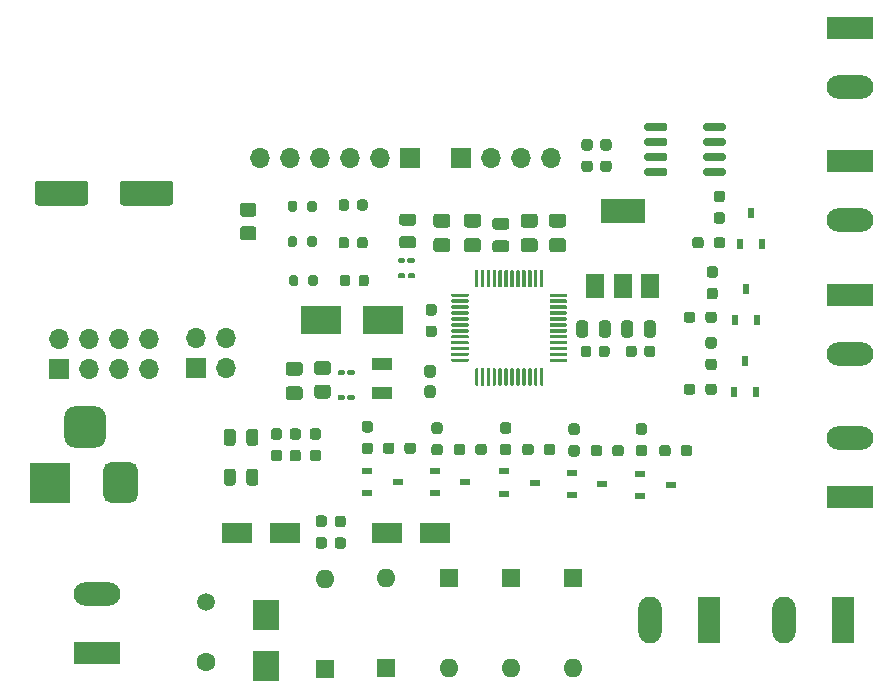
<source format=gbr>
%TF.GenerationSoftware,KiCad,Pcbnew,(5.1.10)-1*%
%TF.CreationDate,2022-04-14T15:55:02+08:00*%
%TF.ProjectId,lamp,6c616d70-2e6b-4696-9361-645f70636258,rev?*%
%TF.SameCoordinates,Original*%
%TF.FileFunction,Copper,L1,Top*%
%TF.FilePolarity,Positive*%
%FSLAX46Y46*%
G04 Gerber Fmt 4.6, Leading zero omitted, Abs format (unit mm)*
G04 Created by KiCad (PCBNEW (5.1.10)-1) date 2022-04-14 15:55:02*
%MOMM*%
%LPD*%
G01*
G04 APERTURE LIST*
%TA.AperFunction,SMDPad,CuDef*%
%ADD10R,3.500000X2.400000*%
%TD*%
%TA.AperFunction,SMDPad,CuDef*%
%ADD11R,1.800000X1.000000*%
%TD*%
%TA.AperFunction,ComponentPad*%
%ADD12O,1.600000X1.600000*%
%TD*%
%TA.AperFunction,ComponentPad*%
%ADD13R,1.600000X1.600000*%
%TD*%
%TA.AperFunction,SMDPad,CuDef*%
%ADD14R,2.500000X1.800000*%
%TD*%
%TA.AperFunction,SMDPad,CuDef*%
%ADD15R,0.600000X0.900000*%
%TD*%
%TA.AperFunction,SMDPad,CuDef*%
%ADD16R,0.900000X0.600000*%
%TD*%
%TA.AperFunction,ComponentPad*%
%ADD17O,1.700000X1.700000*%
%TD*%
%TA.AperFunction,ComponentPad*%
%ADD18R,1.700000X1.700000*%
%TD*%
%TA.AperFunction,ComponentPad*%
%ADD19O,3.960000X1.980000*%
%TD*%
%TA.AperFunction,ComponentPad*%
%ADD20R,3.960000X1.980000*%
%TD*%
%TA.AperFunction,ComponentPad*%
%ADD21O,1.980000X3.960000*%
%TD*%
%TA.AperFunction,ComponentPad*%
%ADD22R,1.980000X3.960000*%
%TD*%
%TA.AperFunction,ComponentPad*%
%ADD23R,3.500000X3.500000*%
%TD*%
%TA.AperFunction,SMDPad,CuDef*%
%ADD24R,1.500000X2.000000*%
%TD*%
%TA.AperFunction,SMDPad,CuDef*%
%ADD25R,3.800000X2.000000*%
%TD*%
%TA.AperFunction,ComponentPad*%
%ADD26C,1.500000*%
%TD*%
%TA.AperFunction,ComponentPad*%
%ADD27C,1.600000*%
%TD*%
%TA.AperFunction,SMDPad,CuDef*%
%ADD28R,2.300000X2.500000*%
%TD*%
G04 APERTURE END LIST*
D10*
%TO.P,Y2,2*%
%TO.N,Net-(C10-Pad1)*%
X121400000Y-34900000D03*
%TO.P,Y2,1*%
%TO.N,Net-(C9-Pad1)*%
X126600000Y-34900000D03*
%TD*%
D11*
%TO.P,Y1,2*%
%TO.N,Net-(C8-Pad1)*%
X126500000Y-41150000D03*
%TO.P,Y1,1*%
%TO.N,Net-(C7-Pad1)*%
X126500000Y-38650000D03*
%TD*%
%TO.P,U2,8*%
%TO.N,/+3.3*%
%TA.AperFunction,SMDPad,CuDef*%
G36*
G01*
X150700000Y-22255000D02*
X150700000Y-22555000D01*
G75*
G02*
X150550000Y-22705000I-150000J0D01*
G01*
X148900000Y-22705000D01*
G75*
G02*
X148750000Y-22555000I0J150000D01*
G01*
X148750000Y-22255000D01*
G75*
G02*
X148900000Y-22105000I150000J0D01*
G01*
X150550000Y-22105000D01*
G75*
G02*
X150700000Y-22255000I0J-150000D01*
G01*
G37*
%TD.AperFunction*%
%TO.P,U2,7*%
%TO.N,GND*%
%TA.AperFunction,SMDPad,CuDef*%
G36*
G01*
X150700000Y-20985000D02*
X150700000Y-21285000D01*
G75*
G02*
X150550000Y-21435000I-150000J0D01*
G01*
X148900000Y-21435000D01*
G75*
G02*
X148750000Y-21285000I0J150000D01*
G01*
X148750000Y-20985000D01*
G75*
G02*
X148900000Y-20835000I150000J0D01*
G01*
X150550000Y-20835000D01*
G75*
G02*
X150700000Y-20985000I0J-150000D01*
G01*
G37*
%TD.AperFunction*%
%TO.P,U2,6*%
%TO.N,/IIC_SCL*%
%TA.AperFunction,SMDPad,CuDef*%
G36*
G01*
X150700000Y-19715000D02*
X150700000Y-20015000D01*
G75*
G02*
X150550000Y-20165000I-150000J0D01*
G01*
X148900000Y-20165000D01*
G75*
G02*
X148750000Y-20015000I0J150000D01*
G01*
X148750000Y-19715000D01*
G75*
G02*
X148900000Y-19565000I150000J0D01*
G01*
X150550000Y-19565000D01*
G75*
G02*
X150700000Y-19715000I0J-150000D01*
G01*
G37*
%TD.AperFunction*%
%TO.P,U2,5*%
%TO.N,/IIC_SDA*%
%TA.AperFunction,SMDPad,CuDef*%
G36*
G01*
X150700000Y-18445000D02*
X150700000Y-18745000D01*
G75*
G02*
X150550000Y-18895000I-150000J0D01*
G01*
X148900000Y-18895000D01*
G75*
G02*
X148750000Y-18745000I0J150000D01*
G01*
X148750000Y-18445000D01*
G75*
G02*
X148900000Y-18295000I150000J0D01*
G01*
X150550000Y-18295000D01*
G75*
G02*
X150700000Y-18445000I0J-150000D01*
G01*
G37*
%TD.AperFunction*%
%TO.P,U2,4*%
%TO.N,GND*%
%TA.AperFunction,SMDPad,CuDef*%
G36*
G01*
X155650000Y-18445000D02*
X155650000Y-18745000D01*
G75*
G02*
X155500000Y-18895000I-150000J0D01*
G01*
X153850000Y-18895000D01*
G75*
G02*
X153700000Y-18745000I0J150000D01*
G01*
X153700000Y-18445000D01*
G75*
G02*
X153850000Y-18295000I150000J0D01*
G01*
X155500000Y-18295000D01*
G75*
G02*
X155650000Y-18445000I0J-150000D01*
G01*
G37*
%TD.AperFunction*%
%TO.P,U2,3*%
%TA.AperFunction,SMDPad,CuDef*%
G36*
G01*
X155650000Y-19715000D02*
X155650000Y-20015000D01*
G75*
G02*
X155500000Y-20165000I-150000J0D01*
G01*
X153850000Y-20165000D01*
G75*
G02*
X153700000Y-20015000I0J150000D01*
G01*
X153700000Y-19715000D01*
G75*
G02*
X153850000Y-19565000I150000J0D01*
G01*
X155500000Y-19565000D01*
G75*
G02*
X155650000Y-19715000I0J-150000D01*
G01*
G37*
%TD.AperFunction*%
%TO.P,U2,2*%
%TA.AperFunction,SMDPad,CuDef*%
G36*
G01*
X155650000Y-20985000D02*
X155650000Y-21285000D01*
G75*
G02*
X155500000Y-21435000I-150000J0D01*
G01*
X153850000Y-21435000D01*
G75*
G02*
X153700000Y-21285000I0J150000D01*
G01*
X153700000Y-20985000D01*
G75*
G02*
X153850000Y-20835000I150000J0D01*
G01*
X155500000Y-20835000D01*
G75*
G02*
X155650000Y-20985000I0J-150000D01*
G01*
G37*
%TD.AperFunction*%
%TO.P,U2,1*%
%TA.AperFunction,SMDPad,CuDef*%
G36*
G01*
X155650000Y-22255000D02*
X155650000Y-22555000D01*
G75*
G02*
X155500000Y-22705000I-150000J0D01*
G01*
X153850000Y-22705000D01*
G75*
G02*
X153700000Y-22555000I0J150000D01*
G01*
X153700000Y-22255000D01*
G75*
G02*
X153850000Y-22105000I150000J0D01*
G01*
X155500000Y-22105000D01*
G75*
G02*
X155650000Y-22255000I0J-150000D01*
G01*
G37*
%TD.AperFunction*%
%TD*%
%TO.P,U1,48*%
%TO.N,/+3.3*%
%TA.AperFunction,SMDPad,CuDef*%
G36*
G01*
X134400000Y-32100000D02*
X134400000Y-30775000D01*
G75*
G02*
X134475000Y-30700000I75000J0D01*
G01*
X134625000Y-30700000D01*
G75*
G02*
X134700000Y-30775000I0J-75000D01*
G01*
X134700000Y-32100000D01*
G75*
G02*
X134625000Y-32175000I-75000J0D01*
G01*
X134475000Y-32175000D01*
G75*
G02*
X134400000Y-32100000I0J75000D01*
G01*
G37*
%TD.AperFunction*%
%TO.P,U1,47*%
%TO.N,GND*%
%TA.AperFunction,SMDPad,CuDef*%
G36*
G01*
X134900000Y-32100000D02*
X134900000Y-30775000D01*
G75*
G02*
X134975000Y-30700000I75000J0D01*
G01*
X135125000Y-30700000D01*
G75*
G02*
X135200000Y-30775000I0J-75000D01*
G01*
X135200000Y-32100000D01*
G75*
G02*
X135125000Y-32175000I-75000J0D01*
G01*
X134975000Y-32175000D01*
G75*
G02*
X134900000Y-32100000I0J75000D01*
G01*
G37*
%TD.AperFunction*%
%TO.P,U1,46*%
%TO.N,/T4_W*%
%TA.AperFunction,SMDPad,CuDef*%
G36*
G01*
X135400000Y-32100000D02*
X135400000Y-30775000D01*
G75*
G02*
X135475000Y-30700000I75000J0D01*
G01*
X135625000Y-30700000D01*
G75*
G02*
X135700000Y-30775000I0J-75000D01*
G01*
X135700000Y-32100000D01*
G75*
G02*
X135625000Y-32175000I-75000J0D01*
G01*
X135475000Y-32175000D01*
G75*
G02*
X135400000Y-32100000I0J75000D01*
G01*
G37*
%TD.AperFunction*%
%TO.P,U1,45*%
%TO.N,/T4_B*%
%TA.AperFunction,SMDPad,CuDef*%
G36*
G01*
X135900000Y-32100000D02*
X135900000Y-30775000D01*
G75*
G02*
X135975000Y-30700000I75000J0D01*
G01*
X136125000Y-30700000D01*
G75*
G02*
X136200000Y-30775000I0J-75000D01*
G01*
X136200000Y-32100000D01*
G75*
G02*
X136125000Y-32175000I-75000J0D01*
G01*
X135975000Y-32175000D01*
G75*
G02*
X135900000Y-32100000I0J75000D01*
G01*
G37*
%TD.AperFunction*%
%TO.P,U1,44*%
%TO.N,GND*%
%TA.AperFunction,SMDPad,CuDef*%
G36*
G01*
X136400000Y-32100000D02*
X136400000Y-30775000D01*
G75*
G02*
X136475000Y-30700000I75000J0D01*
G01*
X136625000Y-30700000D01*
G75*
G02*
X136700000Y-30775000I0J-75000D01*
G01*
X136700000Y-32100000D01*
G75*
G02*
X136625000Y-32175000I-75000J0D01*
G01*
X136475000Y-32175000D01*
G75*
G02*
X136400000Y-32100000I0J75000D01*
G01*
G37*
%TD.AperFunction*%
%TO.P,U1,43*%
%TO.N,/T4_G*%
%TA.AperFunction,SMDPad,CuDef*%
G36*
G01*
X136900000Y-32100000D02*
X136900000Y-30775000D01*
G75*
G02*
X136975000Y-30700000I75000J0D01*
G01*
X137125000Y-30700000D01*
G75*
G02*
X137200000Y-30775000I0J-75000D01*
G01*
X137200000Y-32100000D01*
G75*
G02*
X137125000Y-32175000I-75000J0D01*
G01*
X136975000Y-32175000D01*
G75*
G02*
X136900000Y-32100000I0J75000D01*
G01*
G37*
%TD.AperFunction*%
%TO.P,U1,42*%
%TO.N,/T4_R*%
%TA.AperFunction,SMDPad,CuDef*%
G36*
G01*
X137400000Y-32100000D02*
X137400000Y-30775000D01*
G75*
G02*
X137475000Y-30700000I75000J0D01*
G01*
X137625000Y-30700000D01*
G75*
G02*
X137700000Y-30775000I0J-75000D01*
G01*
X137700000Y-32100000D01*
G75*
G02*
X137625000Y-32175000I-75000J0D01*
G01*
X137475000Y-32175000D01*
G75*
G02*
X137400000Y-32100000I0J75000D01*
G01*
G37*
%TD.AperFunction*%
%TO.P,U1,41*%
%TO.N,/SW_1*%
%TA.AperFunction,SMDPad,CuDef*%
G36*
G01*
X137900000Y-32100000D02*
X137900000Y-30775000D01*
G75*
G02*
X137975000Y-30700000I75000J0D01*
G01*
X138125000Y-30700000D01*
G75*
G02*
X138200000Y-30775000I0J-75000D01*
G01*
X138200000Y-32100000D01*
G75*
G02*
X138125000Y-32175000I-75000J0D01*
G01*
X137975000Y-32175000D01*
G75*
G02*
X137900000Y-32100000I0J75000D01*
G01*
G37*
%TD.AperFunction*%
%TO.P,U1,40*%
%TO.N,Net-(U1-Pad40)*%
%TA.AperFunction,SMDPad,CuDef*%
G36*
G01*
X138400000Y-32100000D02*
X138400000Y-30775000D01*
G75*
G02*
X138475000Y-30700000I75000J0D01*
G01*
X138625000Y-30700000D01*
G75*
G02*
X138700000Y-30775000I0J-75000D01*
G01*
X138700000Y-32100000D01*
G75*
G02*
X138625000Y-32175000I-75000J0D01*
G01*
X138475000Y-32175000D01*
G75*
G02*
X138400000Y-32100000I0J75000D01*
G01*
G37*
%TD.AperFunction*%
%TO.P,U1,39*%
%TO.N,Net-(U1-Pad39)*%
%TA.AperFunction,SMDPad,CuDef*%
G36*
G01*
X138900000Y-32100000D02*
X138900000Y-30775000D01*
G75*
G02*
X138975000Y-30700000I75000J0D01*
G01*
X139125000Y-30700000D01*
G75*
G02*
X139200000Y-30775000I0J-75000D01*
G01*
X139200000Y-32100000D01*
G75*
G02*
X139125000Y-32175000I-75000J0D01*
G01*
X138975000Y-32175000D01*
G75*
G02*
X138900000Y-32100000I0J75000D01*
G01*
G37*
%TD.AperFunction*%
%TO.P,U1,38*%
%TO.N,Net-(U1-Pad38)*%
%TA.AperFunction,SMDPad,CuDef*%
G36*
G01*
X139400000Y-32100000D02*
X139400000Y-30775000D01*
G75*
G02*
X139475000Y-30700000I75000J0D01*
G01*
X139625000Y-30700000D01*
G75*
G02*
X139700000Y-30775000I0J-75000D01*
G01*
X139700000Y-32100000D01*
G75*
G02*
X139625000Y-32175000I-75000J0D01*
G01*
X139475000Y-32175000D01*
G75*
G02*
X139400000Y-32100000I0J75000D01*
G01*
G37*
%TD.AperFunction*%
%TO.P,U1,37*%
%TO.N,/SWCLK*%
%TA.AperFunction,SMDPad,CuDef*%
G36*
G01*
X139900000Y-32100000D02*
X139900000Y-30775000D01*
G75*
G02*
X139975000Y-30700000I75000J0D01*
G01*
X140125000Y-30700000D01*
G75*
G02*
X140200000Y-30775000I0J-75000D01*
G01*
X140200000Y-32100000D01*
G75*
G02*
X140125000Y-32175000I-75000J0D01*
G01*
X139975000Y-32175000D01*
G75*
G02*
X139900000Y-32100000I0J75000D01*
G01*
G37*
%TD.AperFunction*%
%TO.P,U1,36*%
%TO.N,/+3.3*%
%TA.AperFunction,SMDPad,CuDef*%
G36*
G01*
X140725000Y-32925000D02*
X140725000Y-32775000D01*
G75*
G02*
X140800000Y-32700000I75000J0D01*
G01*
X142125000Y-32700000D01*
G75*
G02*
X142200000Y-32775000I0J-75000D01*
G01*
X142200000Y-32925000D01*
G75*
G02*
X142125000Y-33000000I-75000J0D01*
G01*
X140800000Y-33000000D01*
G75*
G02*
X140725000Y-32925000I0J75000D01*
G01*
G37*
%TD.AperFunction*%
%TO.P,U1,35*%
%TO.N,GND*%
%TA.AperFunction,SMDPad,CuDef*%
G36*
G01*
X140725000Y-33425000D02*
X140725000Y-33275000D01*
G75*
G02*
X140800000Y-33200000I75000J0D01*
G01*
X142125000Y-33200000D01*
G75*
G02*
X142200000Y-33275000I0J-75000D01*
G01*
X142200000Y-33425000D01*
G75*
G02*
X142125000Y-33500000I-75000J0D01*
G01*
X140800000Y-33500000D01*
G75*
G02*
X140725000Y-33425000I0J75000D01*
G01*
G37*
%TD.AperFunction*%
%TO.P,U1,34*%
%TO.N,/SWDIO*%
%TA.AperFunction,SMDPad,CuDef*%
G36*
G01*
X140725000Y-33925000D02*
X140725000Y-33775000D01*
G75*
G02*
X140800000Y-33700000I75000J0D01*
G01*
X142125000Y-33700000D01*
G75*
G02*
X142200000Y-33775000I0J-75000D01*
G01*
X142200000Y-33925000D01*
G75*
G02*
X142125000Y-34000000I-75000J0D01*
G01*
X140800000Y-34000000D01*
G75*
G02*
X140725000Y-33925000I0J75000D01*
G01*
G37*
%TD.AperFunction*%
%TO.P,U1,33*%
%TO.N,/LED1*%
%TA.AperFunction,SMDPad,CuDef*%
G36*
G01*
X140725000Y-34425000D02*
X140725000Y-34275000D01*
G75*
G02*
X140800000Y-34200000I75000J0D01*
G01*
X142125000Y-34200000D01*
G75*
G02*
X142200000Y-34275000I0J-75000D01*
G01*
X142200000Y-34425000D01*
G75*
G02*
X142125000Y-34500000I-75000J0D01*
G01*
X140800000Y-34500000D01*
G75*
G02*
X140725000Y-34425000I0J75000D01*
G01*
G37*
%TD.AperFunction*%
%TO.P,U1,32*%
%TO.N,/BT_STATE*%
%TA.AperFunction,SMDPad,CuDef*%
G36*
G01*
X140725000Y-34925000D02*
X140725000Y-34775000D01*
G75*
G02*
X140800000Y-34700000I75000J0D01*
G01*
X142125000Y-34700000D01*
G75*
G02*
X142200000Y-34775000I0J-75000D01*
G01*
X142200000Y-34925000D01*
G75*
G02*
X142125000Y-35000000I-75000J0D01*
G01*
X140800000Y-35000000D01*
G75*
G02*
X140725000Y-34925000I0J75000D01*
G01*
G37*
%TD.AperFunction*%
%TO.P,U1,31*%
%TO.N,/BT_TXD*%
%TA.AperFunction,SMDPad,CuDef*%
G36*
G01*
X140725000Y-35425000D02*
X140725000Y-35275000D01*
G75*
G02*
X140800000Y-35200000I75000J0D01*
G01*
X142125000Y-35200000D01*
G75*
G02*
X142200000Y-35275000I0J-75000D01*
G01*
X142200000Y-35425000D01*
G75*
G02*
X142125000Y-35500000I-75000J0D01*
G01*
X140800000Y-35500000D01*
G75*
G02*
X140725000Y-35425000I0J75000D01*
G01*
G37*
%TD.AperFunction*%
%TO.P,U1,30*%
%TO.N,/BT_RXD*%
%TA.AperFunction,SMDPad,CuDef*%
G36*
G01*
X140725000Y-35925000D02*
X140725000Y-35775000D01*
G75*
G02*
X140800000Y-35700000I75000J0D01*
G01*
X142125000Y-35700000D01*
G75*
G02*
X142200000Y-35775000I0J-75000D01*
G01*
X142200000Y-35925000D01*
G75*
G02*
X142125000Y-36000000I-75000J0D01*
G01*
X140800000Y-36000000D01*
G75*
G02*
X140725000Y-35925000I0J75000D01*
G01*
G37*
%TD.AperFunction*%
%TO.P,U1,29*%
%TO.N,/BT_EN*%
%TA.AperFunction,SMDPad,CuDef*%
G36*
G01*
X140725000Y-36425000D02*
X140725000Y-36275000D01*
G75*
G02*
X140800000Y-36200000I75000J0D01*
G01*
X142125000Y-36200000D01*
G75*
G02*
X142200000Y-36275000I0J-75000D01*
G01*
X142200000Y-36425000D01*
G75*
G02*
X142125000Y-36500000I-75000J0D01*
G01*
X140800000Y-36500000D01*
G75*
G02*
X140725000Y-36425000I0J75000D01*
G01*
G37*
%TD.AperFunction*%
%TO.P,U1,28*%
%TO.N,/SDA_OLED*%
%TA.AperFunction,SMDPad,CuDef*%
G36*
G01*
X140725000Y-36925000D02*
X140725000Y-36775000D01*
G75*
G02*
X140800000Y-36700000I75000J0D01*
G01*
X142125000Y-36700000D01*
G75*
G02*
X142200000Y-36775000I0J-75000D01*
G01*
X142200000Y-36925000D01*
G75*
G02*
X142125000Y-37000000I-75000J0D01*
G01*
X140800000Y-37000000D01*
G75*
G02*
X140725000Y-36925000I0J75000D01*
G01*
G37*
%TD.AperFunction*%
%TO.P,U1,27*%
%TO.N,/SCL_OLED*%
%TA.AperFunction,SMDPad,CuDef*%
G36*
G01*
X140725000Y-37425000D02*
X140725000Y-37275000D01*
G75*
G02*
X140800000Y-37200000I75000J0D01*
G01*
X142125000Y-37200000D01*
G75*
G02*
X142200000Y-37275000I0J-75000D01*
G01*
X142200000Y-37425000D01*
G75*
G02*
X142125000Y-37500000I-75000J0D01*
G01*
X140800000Y-37500000D01*
G75*
G02*
X140725000Y-37425000I0J75000D01*
G01*
G37*
%TD.AperFunction*%
%TO.P,U1,26*%
%TO.N,/IIC_SDA*%
%TA.AperFunction,SMDPad,CuDef*%
G36*
G01*
X140725000Y-37925000D02*
X140725000Y-37775000D01*
G75*
G02*
X140800000Y-37700000I75000J0D01*
G01*
X142125000Y-37700000D01*
G75*
G02*
X142200000Y-37775000I0J-75000D01*
G01*
X142200000Y-37925000D01*
G75*
G02*
X142125000Y-38000000I-75000J0D01*
G01*
X140800000Y-38000000D01*
G75*
G02*
X140725000Y-37925000I0J75000D01*
G01*
G37*
%TD.AperFunction*%
%TO.P,U1,25*%
%TO.N,/IIC_SCL*%
%TA.AperFunction,SMDPad,CuDef*%
G36*
G01*
X140725000Y-38425000D02*
X140725000Y-38275000D01*
G75*
G02*
X140800000Y-38200000I75000J0D01*
G01*
X142125000Y-38200000D01*
G75*
G02*
X142200000Y-38275000I0J-75000D01*
G01*
X142200000Y-38425000D01*
G75*
G02*
X142125000Y-38500000I-75000J0D01*
G01*
X140800000Y-38500000D01*
G75*
G02*
X140725000Y-38425000I0J75000D01*
G01*
G37*
%TD.AperFunction*%
%TO.P,U1,24*%
%TO.N,/+3.3*%
%TA.AperFunction,SMDPad,CuDef*%
G36*
G01*
X139900000Y-40425000D02*
X139900000Y-39100000D01*
G75*
G02*
X139975000Y-39025000I75000J0D01*
G01*
X140125000Y-39025000D01*
G75*
G02*
X140200000Y-39100000I0J-75000D01*
G01*
X140200000Y-40425000D01*
G75*
G02*
X140125000Y-40500000I-75000J0D01*
G01*
X139975000Y-40500000D01*
G75*
G02*
X139900000Y-40425000I0J75000D01*
G01*
G37*
%TD.AperFunction*%
%TO.P,U1,23*%
%TO.N,GND*%
%TA.AperFunction,SMDPad,CuDef*%
G36*
G01*
X139400000Y-40425000D02*
X139400000Y-39100000D01*
G75*
G02*
X139475000Y-39025000I75000J0D01*
G01*
X139625000Y-39025000D01*
G75*
G02*
X139700000Y-39100000I0J-75000D01*
G01*
X139700000Y-40425000D01*
G75*
G02*
X139625000Y-40500000I-75000J0D01*
G01*
X139475000Y-40500000D01*
G75*
G02*
X139400000Y-40425000I0J75000D01*
G01*
G37*
%TD.AperFunction*%
%TO.P,U1,22*%
%TO.N,/SW_3*%
%TA.AperFunction,SMDPad,CuDef*%
G36*
G01*
X138900000Y-40425000D02*
X138900000Y-39100000D01*
G75*
G02*
X138975000Y-39025000I75000J0D01*
G01*
X139125000Y-39025000D01*
G75*
G02*
X139200000Y-39100000I0J-75000D01*
G01*
X139200000Y-40425000D01*
G75*
G02*
X139125000Y-40500000I-75000J0D01*
G01*
X138975000Y-40500000D01*
G75*
G02*
X138900000Y-40425000I0J75000D01*
G01*
G37*
%TD.AperFunction*%
%TO.P,U1,21*%
%TO.N,/SW_2*%
%TA.AperFunction,SMDPad,CuDef*%
G36*
G01*
X138400000Y-40425000D02*
X138400000Y-39100000D01*
G75*
G02*
X138475000Y-39025000I75000J0D01*
G01*
X138625000Y-39025000D01*
G75*
G02*
X138700000Y-39100000I0J-75000D01*
G01*
X138700000Y-40425000D01*
G75*
G02*
X138625000Y-40500000I-75000J0D01*
G01*
X138475000Y-40500000D01*
G75*
G02*
X138400000Y-40425000I0J75000D01*
G01*
G37*
%TD.AperFunction*%
%TO.P,U1,20*%
%TO.N,GND*%
%TA.AperFunction,SMDPad,CuDef*%
G36*
G01*
X137900000Y-40425000D02*
X137900000Y-39100000D01*
G75*
G02*
X137975000Y-39025000I75000J0D01*
G01*
X138125000Y-39025000D01*
G75*
G02*
X138200000Y-39100000I0J-75000D01*
G01*
X138200000Y-40425000D01*
G75*
G02*
X138125000Y-40500000I-75000J0D01*
G01*
X137975000Y-40500000D01*
G75*
G02*
X137900000Y-40425000I0J75000D01*
G01*
G37*
%TD.AperFunction*%
%TO.P,U1,19*%
%TO.N,/T3_W*%
%TA.AperFunction,SMDPad,CuDef*%
G36*
G01*
X137400000Y-40425000D02*
X137400000Y-39100000D01*
G75*
G02*
X137475000Y-39025000I75000J0D01*
G01*
X137625000Y-39025000D01*
G75*
G02*
X137700000Y-39100000I0J-75000D01*
G01*
X137700000Y-40425000D01*
G75*
G02*
X137625000Y-40500000I-75000J0D01*
G01*
X137475000Y-40500000D01*
G75*
G02*
X137400000Y-40425000I0J75000D01*
G01*
G37*
%TD.AperFunction*%
%TO.P,U1,18*%
%TO.N,/T3_B*%
%TA.AperFunction,SMDPad,CuDef*%
G36*
G01*
X136900000Y-40425000D02*
X136900000Y-39100000D01*
G75*
G02*
X136975000Y-39025000I75000J0D01*
G01*
X137125000Y-39025000D01*
G75*
G02*
X137200000Y-39100000I0J-75000D01*
G01*
X137200000Y-40425000D01*
G75*
G02*
X137125000Y-40500000I-75000J0D01*
G01*
X136975000Y-40500000D01*
G75*
G02*
X136900000Y-40425000I0J75000D01*
G01*
G37*
%TD.AperFunction*%
%TO.P,U1,17*%
%TO.N,/T3_G*%
%TA.AperFunction,SMDPad,CuDef*%
G36*
G01*
X136400000Y-40425000D02*
X136400000Y-39100000D01*
G75*
G02*
X136475000Y-39025000I75000J0D01*
G01*
X136625000Y-39025000D01*
G75*
G02*
X136700000Y-39100000I0J-75000D01*
G01*
X136700000Y-40425000D01*
G75*
G02*
X136625000Y-40500000I-75000J0D01*
G01*
X136475000Y-40500000D01*
G75*
G02*
X136400000Y-40425000I0J75000D01*
G01*
G37*
%TD.AperFunction*%
%TO.P,U1,16*%
%TO.N,/T3_R*%
%TA.AperFunction,SMDPad,CuDef*%
G36*
G01*
X135900000Y-40425000D02*
X135900000Y-39100000D01*
G75*
G02*
X135975000Y-39025000I75000J0D01*
G01*
X136125000Y-39025000D01*
G75*
G02*
X136200000Y-39100000I0J-75000D01*
G01*
X136200000Y-40425000D01*
G75*
G02*
X136125000Y-40500000I-75000J0D01*
G01*
X135975000Y-40500000D01*
G75*
G02*
X135900000Y-40425000I0J75000D01*
G01*
G37*
%TD.AperFunction*%
%TO.P,U1,15*%
%TO.N,/LIGHT*%
%TA.AperFunction,SMDPad,CuDef*%
G36*
G01*
X135400000Y-40425000D02*
X135400000Y-39100000D01*
G75*
G02*
X135475000Y-39025000I75000J0D01*
G01*
X135625000Y-39025000D01*
G75*
G02*
X135700000Y-39100000I0J-75000D01*
G01*
X135700000Y-40425000D01*
G75*
G02*
X135625000Y-40500000I-75000J0D01*
G01*
X135475000Y-40500000D01*
G75*
G02*
X135400000Y-40425000I0J75000D01*
G01*
G37*
%TD.AperFunction*%
%TO.P,U1,14*%
%TO.N,/LED0*%
%TA.AperFunction,SMDPad,CuDef*%
G36*
G01*
X134900000Y-40425000D02*
X134900000Y-39100000D01*
G75*
G02*
X134975000Y-39025000I75000J0D01*
G01*
X135125000Y-39025000D01*
G75*
G02*
X135200000Y-39100000I0J-75000D01*
G01*
X135200000Y-40425000D01*
G75*
G02*
X135125000Y-40500000I-75000J0D01*
G01*
X134975000Y-40500000D01*
G75*
G02*
X134900000Y-40425000I0J75000D01*
G01*
G37*
%TD.AperFunction*%
%TO.P,U1,13*%
%TO.N,/WIFI_TX*%
%TA.AperFunction,SMDPad,CuDef*%
G36*
G01*
X134400000Y-40425000D02*
X134400000Y-39100000D01*
G75*
G02*
X134475000Y-39025000I75000J0D01*
G01*
X134625000Y-39025000D01*
G75*
G02*
X134700000Y-39100000I0J-75000D01*
G01*
X134700000Y-40425000D01*
G75*
G02*
X134625000Y-40500000I-75000J0D01*
G01*
X134475000Y-40500000D01*
G75*
G02*
X134400000Y-40425000I0J75000D01*
G01*
G37*
%TD.AperFunction*%
%TO.P,U1,12*%
%TO.N,/WIFI_RX*%
%TA.AperFunction,SMDPad,CuDef*%
G36*
G01*
X132400000Y-38425000D02*
X132400000Y-38275000D01*
G75*
G02*
X132475000Y-38200000I75000J0D01*
G01*
X133800000Y-38200000D01*
G75*
G02*
X133875000Y-38275000I0J-75000D01*
G01*
X133875000Y-38425000D01*
G75*
G02*
X133800000Y-38500000I-75000J0D01*
G01*
X132475000Y-38500000D01*
G75*
G02*
X132400000Y-38425000I0J75000D01*
G01*
G37*
%TD.AperFunction*%
%TO.P,U1,11*%
%TO.N,/WIFI_EN*%
%TA.AperFunction,SMDPad,CuDef*%
G36*
G01*
X132400000Y-37925000D02*
X132400000Y-37775000D01*
G75*
G02*
X132475000Y-37700000I75000J0D01*
G01*
X133800000Y-37700000D01*
G75*
G02*
X133875000Y-37775000I0J-75000D01*
G01*
X133875000Y-37925000D01*
G75*
G02*
X133800000Y-38000000I-75000J0D01*
G01*
X132475000Y-38000000D01*
G75*
G02*
X132400000Y-37925000I0J75000D01*
G01*
G37*
%TD.AperFunction*%
%TO.P,U1,10*%
%TO.N,/WIFI_RST*%
%TA.AperFunction,SMDPad,CuDef*%
G36*
G01*
X132400000Y-37425000D02*
X132400000Y-37275000D01*
G75*
G02*
X132475000Y-37200000I75000J0D01*
G01*
X133800000Y-37200000D01*
G75*
G02*
X133875000Y-37275000I0J-75000D01*
G01*
X133875000Y-37425000D01*
G75*
G02*
X133800000Y-37500000I-75000J0D01*
G01*
X132475000Y-37500000D01*
G75*
G02*
X132400000Y-37425000I0J75000D01*
G01*
G37*
%TD.AperFunction*%
%TO.P,U1,9*%
%TO.N,/+3.3*%
%TA.AperFunction,SMDPad,CuDef*%
G36*
G01*
X132400000Y-36925000D02*
X132400000Y-36775000D01*
G75*
G02*
X132475000Y-36700000I75000J0D01*
G01*
X133800000Y-36700000D01*
G75*
G02*
X133875000Y-36775000I0J-75000D01*
G01*
X133875000Y-36925000D01*
G75*
G02*
X133800000Y-37000000I-75000J0D01*
G01*
X132475000Y-37000000D01*
G75*
G02*
X132400000Y-36925000I0J75000D01*
G01*
G37*
%TD.AperFunction*%
%TO.P,U1,8*%
%TO.N,GND*%
%TA.AperFunction,SMDPad,CuDef*%
G36*
G01*
X132400000Y-36425000D02*
X132400000Y-36275000D01*
G75*
G02*
X132475000Y-36200000I75000J0D01*
G01*
X133800000Y-36200000D01*
G75*
G02*
X133875000Y-36275000I0J-75000D01*
G01*
X133875000Y-36425000D01*
G75*
G02*
X133800000Y-36500000I-75000J0D01*
G01*
X132475000Y-36500000D01*
G75*
G02*
X132400000Y-36425000I0J75000D01*
G01*
G37*
%TD.AperFunction*%
%TO.P,U1,7*%
%TO.N,/NRST*%
%TA.AperFunction,SMDPad,CuDef*%
G36*
G01*
X132400000Y-35925000D02*
X132400000Y-35775000D01*
G75*
G02*
X132475000Y-35700000I75000J0D01*
G01*
X133800000Y-35700000D01*
G75*
G02*
X133875000Y-35775000I0J-75000D01*
G01*
X133875000Y-35925000D01*
G75*
G02*
X133800000Y-36000000I-75000J0D01*
G01*
X132475000Y-36000000D01*
G75*
G02*
X132400000Y-35925000I0J75000D01*
G01*
G37*
%TD.AperFunction*%
%TO.P,U1,6*%
%TO.N,Net-(C8-Pad1)*%
%TA.AperFunction,SMDPad,CuDef*%
G36*
G01*
X132400000Y-35425000D02*
X132400000Y-35275000D01*
G75*
G02*
X132475000Y-35200000I75000J0D01*
G01*
X133800000Y-35200000D01*
G75*
G02*
X133875000Y-35275000I0J-75000D01*
G01*
X133875000Y-35425000D01*
G75*
G02*
X133800000Y-35500000I-75000J0D01*
G01*
X132475000Y-35500000D01*
G75*
G02*
X132400000Y-35425000I0J75000D01*
G01*
G37*
%TD.AperFunction*%
%TO.P,U1,5*%
%TO.N,Net-(C7-Pad1)*%
%TA.AperFunction,SMDPad,CuDef*%
G36*
G01*
X132400000Y-34925000D02*
X132400000Y-34775000D01*
G75*
G02*
X132475000Y-34700000I75000J0D01*
G01*
X133800000Y-34700000D01*
G75*
G02*
X133875000Y-34775000I0J-75000D01*
G01*
X133875000Y-34925000D01*
G75*
G02*
X133800000Y-35000000I-75000J0D01*
G01*
X132475000Y-35000000D01*
G75*
G02*
X132400000Y-34925000I0J75000D01*
G01*
G37*
%TD.AperFunction*%
%TO.P,U1,4*%
%TO.N,Net-(C10-Pad1)*%
%TA.AperFunction,SMDPad,CuDef*%
G36*
G01*
X132400000Y-34425000D02*
X132400000Y-34275000D01*
G75*
G02*
X132475000Y-34200000I75000J0D01*
G01*
X133800000Y-34200000D01*
G75*
G02*
X133875000Y-34275000I0J-75000D01*
G01*
X133875000Y-34425000D01*
G75*
G02*
X133800000Y-34500000I-75000J0D01*
G01*
X132475000Y-34500000D01*
G75*
G02*
X132400000Y-34425000I0J75000D01*
G01*
G37*
%TD.AperFunction*%
%TO.P,U1,3*%
%TO.N,Net-(C9-Pad1)*%
%TA.AperFunction,SMDPad,CuDef*%
G36*
G01*
X132400000Y-33925000D02*
X132400000Y-33775000D01*
G75*
G02*
X132475000Y-33700000I75000J0D01*
G01*
X133800000Y-33700000D01*
G75*
G02*
X133875000Y-33775000I0J-75000D01*
G01*
X133875000Y-33925000D01*
G75*
G02*
X133800000Y-34000000I-75000J0D01*
G01*
X132475000Y-34000000D01*
G75*
G02*
X132400000Y-33925000I0J75000D01*
G01*
G37*
%TD.AperFunction*%
%TO.P,U1,2*%
%TO.N,Net-(U1-Pad2)*%
%TA.AperFunction,SMDPad,CuDef*%
G36*
G01*
X132400000Y-33425000D02*
X132400000Y-33275000D01*
G75*
G02*
X132475000Y-33200000I75000J0D01*
G01*
X133800000Y-33200000D01*
G75*
G02*
X133875000Y-33275000I0J-75000D01*
G01*
X133875000Y-33425000D01*
G75*
G02*
X133800000Y-33500000I-75000J0D01*
G01*
X132475000Y-33500000D01*
G75*
G02*
X132400000Y-33425000I0J75000D01*
G01*
G37*
%TD.AperFunction*%
%TO.P,U1,1*%
%TO.N,/+3.3*%
%TA.AperFunction,SMDPad,CuDef*%
G36*
G01*
X132400000Y-32925000D02*
X132400000Y-32775000D01*
G75*
G02*
X132475000Y-32700000I75000J0D01*
G01*
X133800000Y-32700000D01*
G75*
G02*
X133875000Y-32775000I0J-75000D01*
G01*
X133875000Y-32925000D01*
G75*
G02*
X133800000Y-33000000I-75000J0D01*
G01*
X132475000Y-33000000D01*
G75*
G02*
X132400000Y-32925000I0J75000D01*
G01*
G37*
%TD.AperFunction*%
%TD*%
D12*
%TO.P,SW1,2*%
%TO.N,Net-(F1-Pad2)*%
X121700000Y-56900000D03*
D13*
%TO.P,SW1,1*%
%TO.N,Net-(J3-Pad2)*%
X121700000Y-64520000D03*
%TD*%
D14*
%TO.P,SS1,2*%
%TO.N,/+5v*%
X118300000Y-53000000D03*
%TO.P,SS1,1*%
%TO.N,GND*%
X114300000Y-53000000D03*
%TD*%
%TO.P,RED1,2*%
%TO.N,GND*%
%TA.AperFunction,SMDPad,CuDef*%
G36*
G01*
X124437500Y-25456250D02*
X124437500Y-24943750D01*
G75*
G02*
X124656250Y-24725000I218750J0D01*
G01*
X125093750Y-24725000D01*
G75*
G02*
X125312500Y-24943750I0J-218750D01*
G01*
X125312500Y-25456250D01*
G75*
G02*
X125093750Y-25675000I-218750J0D01*
G01*
X124656250Y-25675000D01*
G75*
G02*
X124437500Y-25456250I0J218750D01*
G01*
G37*
%TD.AperFunction*%
%TO.P,RED1,1*%
%TO.N,Net-(R4-Pad2)*%
%TA.AperFunction,SMDPad,CuDef*%
G36*
G01*
X122862500Y-25456250D02*
X122862500Y-24943750D01*
G75*
G02*
X123081250Y-24725000I218750J0D01*
G01*
X123518750Y-24725000D01*
G75*
G02*
X123737500Y-24943750I0J-218750D01*
G01*
X123737500Y-25456250D01*
G75*
G02*
X123518750Y-25675000I-218750J0D01*
G01*
X123081250Y-25675000D01*
G75*
G02*
X122862500Y-25456250I0J218750D01*
G01*
G37*
%TD.AperFunction*%
%TD*%
%TO.P,R29,2*%
%TO.N,/+3.3*%
%TA.AperFunction,SMDPad,CuDef*%
G36*
G01*
X145262500Y-21437500D02*
X145737500Y-21437500D01*
G75*
G02*
X145975000Y-21675000I0J-237500D01*
G01*
X145975000Y-22175000D01*
G75*
G02*
X145737500Y-22412500I-237500J0D01*
G01*
X145262500Y-22412500D01*
G75*
G02*
X145025000Y-22175000I0J237500D01*
G01*
X145025000Y-21675000D01*
G75*
G02*
X145262500Y-21437500I237500J0D01*
G01*
G37*
%TD.AperFunction*%
%TO.P,R29,1*%
%TO.N,/IIC_SDA*%
%TA.AperFunction,SMDPad,CuDef*%
G36*
G01*
X145262500Y-19612500D02*
X145737500Y-19612500D01*
G75*
G02*
X145975000Y-19850000I0J-237500D01*
G01*
X145975000Y-20350000D01*
G75*
G02*
X145737500Y-20587500I-237500J0D01*
G01*
X145262500Y-20587500D01*
G75*
G02*
X145025000Y-20350000I0J237500D01*
G01*
X145025000Y-19850000D01*
G75*
G02*
X145262500Y-19612500I237500J0D01*
G01*
G37*
%TD.AperFunction*%
%TD*%
%TO.P,R28,2*%
%TO.N,/+3.3*%
%TA.AperFunction,SMDPad,CuDef*%
G36*
G01*
X143662500Y-21437500D02*
X144137500Y-21437500D01*
G75*
G02*
X144375000Y-21675000I0J-237500D01*
G01*
X144375000Y-22175000D01*
G75*
G02*
X144137500Y-22412500I-237500J0D01*
G01*
X143662500Y-22412500D01*
G75*
G02*
X143425000Y-22175000I0J237500D01*
G01*
X143425000Y-21675000D01*
G75*
G02*
X143662500Y-21437500I237500J0D01*
G01*
G37*
%TD.AperFunction*%
%TO.P,R28,1*%
%TO.N,/IIC_SCL*%
%TA.AperFunction,SMDPad,CuDef*%
G36*
G01*
X143662500Y-19612500D02*
X144137500Y-19612500D01*
G75*
G02*
X144375000Y-19850000I0J-237500D01*
G01*
X144375000Y-20350000D01*
G75*
G02*
X144137500Y-20587500I-237500J0D01*
G01*
X143662500Y-20587500D01*
G75*
G02*
X143425000Y-20350000I0J237500D01*
G01*
X143425000Y-19850000D01*
G75*
G02*
X143662500Y-19612500I237500J0D01*
G01*
G37*
%TD.AperFunction*%
%TD*%
%TO.P,R27,2*%
%TO.N,/+3.3*%
%TA.AperFunction,SMDPad,CuDef*%
G36*
G01*
X119437500Y-45087500D02*
X118962500Y-45087500D01*
G75*
G02*
X118725000Y-44850000I0J237500D01*
G01*
X118725000Y-44350000D01*
G75*
G02*
X118962500Y-44112500I237500J0D01*
G01*
X119437500Y-44112500D01*
G75*
G02*
X119675000Y-44350000I0J-237500D01*
G01*
X119675000Y-44850000D01*
G75*
G02*
X119437500Y-45087500I-237500J0D01*
G01*
G37*
%TD.AperFunction*%
%TO.P,R27,1*%
%TO.N,Net-(LD1-Pad2)*%
%TA.AperFunction,SMDPad,CuDef*%
G36*
G01*
X119437500Y-46912500D02*
X118962500Y-46912500D01*
G75*
G02*
X118725000Y-46675000I0J237500D01*
G01*
X118725000Y-46175000D01*
G75*
G02*
X118962500Y-45937500I237500J0D01*
G01*
X119437500Y-45937500D01*
G75*
G02*
X119675000Y-46175000I0J-237500D01*
G01*
X119675000Y-46675000D01*
G75*
G02*
X119437500Y-46912500I-237500J0D01*
G01*
G37*
%TD.AperFunction*%
%TD*%
%TO.P,R26,2*%
%TO.N,Net-(LD1-Pad2)*%
%TA.AperFunction,SMDPad,CuDef*%
G36*
G01*
X120662500Y-45937500D02*
X121137500Y-45937500D01*
G75*
G02*
X121375000Y-46175000I0J-237500D01*
G01*
X121375000Y-46675000D01*
G75*
G02*
X121137500Y-46912500I-237500J0D01*
G01*
X120662500Y-46912500D01*
G75*
G02*
X120425000Y-46675000I0J237500D01*
G01*
X120425000Y-46175000D01*
G75*
G02*
X120662500Y-45937500I237500J0D01*
G01*
G37*
%TD.AperFunction*%
%TO.P,R26,1*%
%TO.N,/LIGHT*%
%TA.AperFunction,SMDPad,CuDef*%
G36*
G01*
X120662500Y-44112500D02*
X121137500Y-44112500D01*
G75*
G02*
X121375000Y-44350000I0J-237500D01*
G01*
X121375000Y-44850000D01*
G75*
G02*
X121137500Y-45087500I-237500J0D01*
G01*
X120662500Y-45087500D01*
G75*
G02*
X120425000Y-44850000I0J237500D01*
G01*
X120425000Y-44350000D01*
G75*
G02*
X120662500Y-44112500I237500J0D01*
G01*
G37*
%TD.AperFunction*%
%TD*%
%TO.P,R25,2*%
%TO.N,/SW_3*%
%TA.AperFunction,SMDPad,CuDef*%
G36*
G01*
X123237500Y-52487500D02*
X122762500Y-52487500D01*
G75*
G02*
X122525000Y-52250000I0J237500D01*
G01*
X122525000Y-51750000D01*
G75*
G02*
X122762500Y-51512500I237500J0D01*
G01*
X123237500Y-51512500D01*
G75*
G02*
X123475000Y-51750000I0J-237500D01*
G01*
X123475000Y-52250000D01*
G75*
G02*
X123237500Y-52487500I-237500J0D01*
G01*
G37*
%TD.AperFunction*%
%TO.P,R25,1*%
%TO.N,/+3.3*%
%TA.AperFunction,SMDPad,CuDef*%
G36*
G01*
X123237500Y-54312500D02*
X122762500Y-54312500D01*
G75*
G02*
X122525000Y-54075000I0J237500D01*
G01*
X122525000Y-53575000D01*
G75*
G02*
X122762500Y-53337500I237500J0D01*
G01*
X123237500Y-53337500D01*
G75*
G02*
X123475000Y-53575000I0J-237500D01*
G01*
X123475000Y-54075000D01*
G75*
G02*
X123237500Y-54312500I-237500J0D01*
G01*
G37*
%TD.AperFunction*%
%TD*%
%TO.P,R24,2*%
%TO.N,/SW_2*%
%TA.AperFunction,SMDPad,CuDef*%
G36*
G01*
X121637500Y-52462500D02*
X121162500Y-52462500D01*
G75*
G02*
X120925000Y-52225000I0J237500D01*
G01*
X120925000Y-51725000D01*
G75*
G02*
X121162500Y-51487500I237500J0D01*
G01*
X121637500Y-51487500D01*
G75*
G02*
X121875000Y-51725000I0J-237500D01*
G01*
X121875000Y-52225000D01*
G75*
G02*
X121637500Y-52462500I-237500J0D01*
G01*
G37*
%TD.AperFunction*%
%TO.P,R24,1*%
%TO.N,/+3.3*%
%TA.AperFunction,SMDPad,CuDef*%
G36*
G01*
X121637500Y-54287500D02*
X121162500Y-54287500D01*
G75*
G02*
X120925000Y-54050000I0J237500D01*
G01*
X120925000Y-53550000D01*
G75*
G02*
X121162500Y-53312500I237500J0D01*
G01*
X121637500Y-53312500D01*
G75*
G02*
X121875000Y-53550000I0J-237500D01*
G01*
X121875000Y-54050000D01*
G75*
G02*
X121637500Y-54287500I-237500J0D01*
G01*
G37*
%TD.AperFunction*%
%TD*%
%TO.P,R23,2*%
%TO.N,/SW_1*%
%TA.AperFunction,SMDPad,CuDef*%
G36*
G01*
X117837500Y-45087500D02*
X117362500Y-45087500D01*
G75*
G02*
X117125000Y-44850000I0J237500D01*
G01*
X117125000Y-44350000D01*
G75*
G02*
X117362500Y-44112500I237500J0D01*
G01*
X117837500Y-44112500D01*
G75*
G02*
X118075000Y-44350000I0J-237500D01*
G01*
X118075000Y-44850000D01*
G75*
G02*
X117837500Y-45087500I-237500J0D01*
G01*
G37*
%TD.AperFunction*%
%TO.P,R23,1*%
%TO.N,/+3.3*%
%TA.AperFunction,SMDPad,CuDef*%
G36*
G01*
X117837500Y-46912500D02*
X117362500Y-46912500D01*
G75*
G02*
X117125000Y-46675000I0J237500D01*
G01*
X117125000Y-46175000D01*
G75*
G02*
X117362500Y-45937500I237500J0D01*
G01*
X117837500Y-45937500D01*
G75*
G02*
X118075000Y-46175000I0J-237500D01*
G01*
X118075000Y-46675000D01*
G75*
G02*
X117837500Y-46912500I-237500J0D01*
G01*
G37*
%TD.AperFunction*%
%TD*%
%TO.P,R22,2*%
%TO.N,GND*%
%TA.AperFunction,SMDPad,CuDef*%
G36*
G01*
X155337500Y-24962500D02*
X154862500Y-24962500D01*
G75*
G02*
X154625000Y-24725000I0J237500D01*
G01*
X154625000Y-24225000D01*
G75*
G02*
X154862500Y-23987500I237500J0D01*
G01*
X155337500Y-23987500D01*
G75*
G02*
X155575000Y-24225000I0J-237500D01*
G01*
X155575000Y-24725000D01*
G75*
G02*
X155337500Y-24962500I-237500J0D01*
G01*
G37*
%TD.AperFunction*%
%TO.P,R22,1*%
%TO.N,Net-(Q8-Pad1)*%
%TA.AperFunction,SMDPad,CuDef*%
G36*
G01*
X155337500Y-26787500D02*
X154862500Y-26787500D01*
G75*
G02*
X154625000Y-26550000I0J237500D01*
G01*
X154625000Y-26050000D01*
G75*
G02*
X154862500Y-25812500I237500J0D01*
G01*
X155337500Y-25812500D01*
G75*
G02*
X155575000Y-26050000I0J-237500D01*
G01*
X155575000Y-26550000D01*
G75*
G02*
X155337500Y-26787500I-237500J0D01*
G01*
G37*
%TD.AperFunction*%
%TD*%
%TO.P,R21,2*%
%TO.N,GND*%
%TA.AperFunction,SMDPad,CuDef*%
G36*
G01*
X154737500Y-31362500D02*
X154262500Y-31362500D01*
G75*
G02*
X154025000Y-31125000I0J237500D01*
G01*
X154025000Y-30625000D01*
G75*
G02*
X154262500Y-30387500I237500J0D01*
G01*
X154737500Y-30387500D01*
G75*
G02*
X154975000Y-30625000I0J-237500D01*
G01*
X154975000Y-31125000D01*
G75*
G02*
X154737500Y-31362500I-237500J0D01*
G01*
G37*
%TD.AperFunction*%
%TO.P,R21,1*%
%TO.N,Net-(Q7-Pad1)*%
%TA.AperFunction,SMDPad,CuDef*%
G36*
G01*
X154737500Y-33187500D02*
X154262500Y-33187500D01*
G75*
G02*
X154025000Y-32950000I0J237500D01*
G01*
X154025000Y-32450000D01*
G75*
G02*
X154262500Y-32212500I237500J0D01*
G01*
X154737500Y-32212500D01*
G75*
G02*
X154975000Y-32450000I0J-237500D01*
G01*
X154975000Y-32950000D01*
G75*
G02*
X154737500Y-33187500I-237500J0D01*
G01*
G37*
%TD.AperFunction*%
%TD*%
%TO.P,R20,2*%
%TO.N,GND*%
%TA.AperFunction,SMDPad,CuDef*%
G36*
G01*
X154637500Y-37362499D02*
X154162500Y-37362499D01*
G75*
G02*
X153925000Y-37124999I0J237500D01*
G01*
X153925000Y-36624999D01*
G75*
G02*
X154162500Y-36387499I237500J0D01*
G01*
X154637500Y-36387499D01*
G75*
G02*
X154875000Y-36624999I0J-237500D01*
G01*
X154875000Y-37124999D01*
G75*
G02*
X154637500Y-37362499I-237500J0D01*
G01*
G37*
%TD.AperFunction*%
%TO.P,R20,1*%
%TO.N,Net-(Q6-Pad1)*%
%TA.AperFunction,SMDPad,CuDef*%
G36*
G01*
X154637500Y-39187499D02*
X154162500Y-39187499D01*
G75*
G02*
X153925000Y-38949999I0J237500D01*
G01*
X153925000Y-38449999D01*
G75*
G02*
X154162500Y-38212499I237500J0D01*
G01*
X154637500Y-38212499D01*
G75*
G02*
X154875000Y-38449999I0J-237500D01*
G01*
X154875000Y-38949999D01*
G75*
G02*
X154637500Y-39187499I-237500J0D01*
G01*
G37*
%TD.AperFunction*%
%TD*%
%TO.P,R19,2*%
%TO.N,GND*%
%TA.AperFunction,SMDPad,CuDef*%
G36*
G01*
X151825000Y-46237500D02*
X151825000Y-45762500D01*
G75*
G02*
X152062500Y-45525000I237500J0D01*
G01*
X152562500Y-45525000D01*
G75*
G02*
X152800000Y-45762500I0J-237500D01*
G01*
X152800000Y-46237500D01*
G75*
G02*
X152562500Y-46475000I-237500J0D01*
G01*
X152062500Y-46475000D01*
G75*
G02*
X151825000Y-46237500I0J237500D01*
G01*
G37*
%TD.AperFunction*%
%TO.P,R19,1*%
%TO.N,Net-(Q5-Pad1)*%
%TA.AperFunction,SMDPad,CuDef*%
G36*
G01*
X150000000Y-46237500D02*
X150000000Y-45762500D01*
G75*
G02*
X150237500Y-45525000I237500J0D01*
G01*
X150737500Y-45525000D01*
G75*
G02*
X150975000Y-45762500I0J-237500D01*
G01*
X150975000Y-46237500D01*
G75*
G02*
X150737500Y-46475000I-237500J0D01*
G01*
X150237500Y-46475000D01*
G75*
G02*
X150000000Y-46237500I0J237500D01*
G01*
G37*
%TD.AperFunction*%
%TD*%
%TO.P,R18,2*%
%TO.N,GND*%
%TA.AperFunction,SMDPad,CuDef*%
G36*
G01*
X146025000Y-46237500D02*
X146025000Y-45762500D01*
G75*
G02*
X146262500Y-45525000I237500J0D01*
G01*
X146762500Y-45525000D01*
G75*
G02*
X147000000Y-45762500I0J-237500D01*
G01*
X147000000Y-46237500D01*
G75*
G02*
X146762500Y-46475000I-237500J0D01*
G01*
X146262500Y-46475000D01*
G75*
G02*
X146025000Y-46237500I0J237500D01*
G01*
G37*
%TD.AperFunction*%
%TO.P,R18,1*%
%TO.N,Net-(Q4-Pad1)*%
%TA.AperFunction,SMDPad,CuDef*%
G36*
G01*
X144200000Y-46237500D02*
X144200000Y-45762500D01*
G75*
G02*
X144437500Y-45525000I237500J0D01*
G01*
X144937500Y-45525000D01*
G75*
G02*
X145175000Y-45762500I0J-237500D01*
G01*
X145175000Y-46237500D01*
G75*
G02*
X144937500Y-46475000I-237500J0D01*
G01*
X144437500Y-46475000D01*
G75*
G02*
X144200000Y-46237500I0J237500D01*
G01*
G37*
%TD.AperFunction*%
%TD*%
%TO.P,R17,2*%
%TO.N,GND*%
%TA.AperFunction,SMDPad,CuDef*%
G36*
G01*
X140225000Y-46137500D02*
X140225000Y-45662500D01*
G75*
G02*
X140462500Y-45425000I237500J0D01*
G01*
X140962500Y-45425000D01*
G75*
G02*
X141200000Y-45662500I0J-237500D01*
G01*
X141200000Y-46137500D01*
G75*
G02*
X140962500Y-46375000I-237500J0D01*
G01*
X140462500Y-46375000D01*
G75*
G02*
X140225000Y-46137500I0J237500D01*
G01*
G37*
%TD.AperFunction*%
%TO.P,R17,1*%
%TO.N,Net-(Q3-Pad1)*%
%TA.AperFunction,SMDPad,CuDef*%
G36*
G01*
X138400000Y-46137500D02*
X138400000Y-45662500D01*
G75*
G02*
X138637500Y-45425000I237500J0D01*
G01*
X139137500Y-45425000D01*
G75*
G02*
X139375000Y-45662500I0J-237500D01*
G01*
X139375000Y-46137500D01*
G75*
G02*
X139137500Y-46375000I-237500J0D01*
G01*
X138637500Y-46375000D01*
G75*
G02*
X138400000Y-46137500I0J237500D01*
G01*
G37*
%TD.AperFunction*%
%TD*%
%TO.P,R16,2*%
%TO.N,GND*%
%TA.AperFunction,SMDPad,CuDef*%
G36*
G01*
X134437500Y-46137500D02*
X134437500Y-45662500D01*
G75*
G02*
X134675000Y-45425000I237500J0D01*
G01*
X135175000Y-45425000D01*
G75*
G02*
X135412500Y-45662500I0J-237500D01*
G01*
X135412500Y-46137500D01*
G75*
G02*
X135175000Y-46375000I-237500J0D01*
G01*
X134675000Y-46375000D01*
G75*
G02*
X134437500Y-46137500I0J237500D01*
G01*
G37*
%TD.AperFunction*%
%TO.P,R16,1*%
%TO.N,Net-(Q2-Pad1)*%
%TA.AperFunction,SMDPad,CuDef*%
G36*
G01*
X132612500Y-46137500D02*
X132612500Y-45662500D01*
G75*
G02*
X132850000Y-45425000I237500J0D01*
G01*
X133350000Y-45425000D01*
G75*
G02*
X133587500Y-45662500I0J-237500D01*
G01*
X133587500Y-46137500D01*
G75*
G02*
X133350000Y-46375000I-237500J0D01*
G01*
X132850000Y-46375000D01*
G75*
G02*
X132612500Y-46137500I0J237500D01*
G01*
G37*
%TD.AperFunction*%
%TD*%
%TO.P,R15,2*%
%TO.N,GND*%
%TA.AperFunction,SMDPad,CuDef*%
G36*
G01*
X128437500Y-46037500D02*
X128437500Y-45562500D01*
G75*
G02*
X128675000Y-45325000I237500J0D01*
G01*
X129175000Y-45325000D01*
G75*
G02*
X129412500Y-45562500I0J-237500D01*
G01*
X129412500Y-46037500D01*
G75*
G02*
X129175000Y-46275000I-237500J0D01*
G01*
X128675000Y-46275000D01*
G75*
G02*
X128437500Y-46037500I0J237500D01*
G01*
G37*
%TD.AperFunction*%
%TO.P,R15,1*%
%TO.N,Net-(Q1-Pad1)*%
%TA.AperFunction,SMDPad,CuDef*%
G36*
G01*
X126612500Y-46037500D02*
X126612500Y-45562500D01*
G75*
G02*
X126850000Y-45325000I237500J0D01*
G01*
X127350000Y-45325000D01*
G75*
G02*
X127587500Y-45562500I0J-237500D01*
G01*
X127587500Y-46037500D01*
G75*
G02*
X127350000Y-46275000I-237500J0D01*
G01*
X126850000Y-46275000D01*
G75*
G02*
X126612500Y-46037500I0J237500D01*
G01*
G37*
%TD.AperFunction*%
%TD*%
%TO.P,R14,2*%
%TO.N,Net-(Q8-Pad1)*%
%TA.AperFunction,SMDPad,CuDef*%
G36*
G01*
X154625000Y-28637500D02*
X154625000Y-28162500D01*
G75*
G02*
X154862500Y-27925000I237500J0D01*
G01*
X155362500Y-27925000D01*
G75*
G02*
X155600000Y-28162500I0J-237500D01*
G01*
X155600000Y-28637500D01*
G75*
G02*
X155362500Y-28875000I-237500J0D01*
G01*
X154862500Y-28875000D01*
G75*
G02*
X154625000Y-28637500I0J237500D01*
G01*
G37*
%TD.AperFunction*%
%TO.P,R14,1*%
%TO.N,/T4_W*%
%TA.AperFunction,SMDPad,CuDef*%
G36*
G01*
X152800000Y-28637500D02*
X152800000Y-28162500D01*
G75*
G02*
X153037500Y-27925000I237500J0D01*
G01*
X153537500Y-27925000D01*
G75*
G02*
X153775000Y-28162500I0J-237500D01*
G01*
X153775000Y-28637500D01*
G75*
G02*
X153537500Y-28875000I-237500J0D01*
G01*
X153037500Y-28875000D01*
G75*
G02*
X152800000Y-28637500I0J237500D01*
G01*
G37*
%TD.AperFunction*%
%TD*%
%TO.P,R13,2*%
%TO.N,Net-(Q7-Pad1)*%
%TA.AperFunction,SMDPad,CuDef*%
G36*
G01*
X153912500Y-34937500D02*
X153912500Y-34462500D01*
G75*
G02*
X154150000Y-34225000I237500J0D01*
G01*
X154650000Y-34225000D01*
G75*
G02*
X154887500Y-34462500I0J-237500D01*
G01*
X154887500Y-34937500D01*
G75*
G02*
X154650000Y-35175000I-237500J0D01*
G01*
X154150000Y-35175000D01*
G75*
G02*
X153912500Y-34937500I0J237500D01*
G01*
G37*
%TD.AperFunction*%
%TO.P,R13,1*%
%TO.N,/T4_B*%
%TA.AperFunction,SMDPad,CuDef*%
G36*
G01*
X152087500Y-34937500D02*
X152087500Y-34462500D01*
G75*
G02*
X152325000Y-34225000I237500J0D01*
G01*
X152825000Y-34225000D01*
G75*
G02*
X153062500Y-34462500I0J-237500D01*
G01*
X153062500Y-34937500D01*
G75*
G02*
X152825000Y-35175000I-237500J0D01*
G01*
X152325000Y-35175000D01*
G75*
G02*
X152087500Y-34937500I0J237500D01*
G01*
G37*
%TD.AperFunction*%
%TD*%
%TO.P,R12,2*%
%TO.N,Net-(Q6-Pad1)*%
%TA.AperFunction,SMDPad,CuDef*%
G36*
G01*
X153912500Y-41037501D02*
X153912500Y-40562501D01*
G75*
G02*
X154150000Y-40325001I237500J0D01*
G01*
X154650000Y-40325001D01*
G75*
G02*
X154887500Y-40562501I0J-237500D01*
G01*
X154887500Y-41037501D01*
G75*
G02*
X154650000Y-41275001I-237500J0D01*
G01*
X154150000Y-41275001D01*
G75*
G02*
X153912500Y-41037501I0J237500D01*
G01*
G37*
%TD.AperFunction*%
%TO.P,R12,1*%
%TO.N,/T4_G*%
%TA.AperFunction,SMDPad,CuDef*%
G36*
G01*
X152087500Y-41037501D02*
X152087500Y-40562501D01*
G75*
G02*
X152325000Y-40325001I237500J0D01*
G01*
X152825000Y-40325001D01*
G75*
G02*
X153062500Y-40562501I0J-237500D01*
G01*
X153062500Y-41037501D01*
G75*
G02*
X152825000Y-41275001I-237500J0D01*
G01*
X152325000Y-41275001D01*
G75*
G02*
X152087500Y-41037501I0J237500D01*
G01*
G37*
%TD.AperFunction*%
%TD*%
%TO.P,R11,2*%
%TO.N,Net-(Q5-Pad1)*%
%TA.AperFunction,SMDPad,CuDef*%
G36*
G01*
X148262500Y-45512500D02*
X148737500Y-45512500D01*
G75*
G02*
X148975000Y-45750000I0J-237500D01*
G01*
X148975000Y-46250000D01*
G75*
G02*
X148737500Y-46487500I-237500J0D01*
G01*
X148262500Y-46487500D01*
G75*
G02*
X148025000Y-46250000I0J237500D01*
G01*
X148025000Y-45750000D01*
G75*
G02*
X148262500Y-45512500I237500J0D01*
G01*
G37*
%TD.AperFunction*%
%TO.P,R11,1*%
%TO.N,/T4_R*%
%TA.AperFunction,SMDPad,CuDef*%
G36*
G01*
X148262500Y-43687500D02*
X148737500Y-43687500D01*
G75*
G02*
X148975000Y-43925000I0J-237500D01*
G01*
X148975000Y-44425000D01*
G75*
G02*
X148737500Y-44662500I-237500J0D01*
G01*
X148262500Y-44662500D01*
G75*
G02*
X148025000Y-44425000I0J237500D01*
G01*
X148025000Y-43925000D01*
G75*
G02*
X148262500Y-43687500I237500J0D01*
G01*
G37*
%TD.AperFunction*%
%TD*%
%TO.P,R10,2*%
%TO.N,Net-(Q4-Pad1)*%
%TA.AperFunction,SMDPad,CuDef*%
G36*
G01*
X142562500Y-45525000D02*
X143037500Y-45525000D01*
G75*
G02*
X143275000Y-45762500I0J-237500D01*
G01*
X143275000Y-46262500D01*
G75*
G02*
X143037500Y-46500000I-237500J0D01*
G01*
X142562500Y-46500000D01*
G75*
G02*
X142325000Y-46262500I0J237500D01*
G01*
X142325000Y-45762500D01*
G75*
G02*
X142562500Y-45525000I237500J0D01*
G01*
G37*
%TD.AperFunction*%
%TO.P,R10,1*%
%TO.N,/T3_W*%
%TA.AperFunction,SMDPad,CuDef*%
G36*
G01*
X142562500Y-43700000D02*
X143037500Y-43700000D01*
G75*
G02*
X143275000Y-43937500I0J-237500D01*
G01*
X143275000Y-44437500D01*
G75*
G02*
X143037500Y-44675000I-237500J0D01*
G01*
X142562500Y-44675000D01*
G75*
G02*
X142325000Y-44437500I0J237500D01*
G01*
X142325000Y-43937500D01*
G75*
G02*
X142562500Y-43700000I237500J0D01*
G01*
G37*
%TD.AperFunction*%
%TD*%
%TO.P,R9,2*%
%TO.N,Net-(Q3-Pad1)*%
%TA.AperFunction,SMDPad,CuDef*%
G36*
G01*
X136762500Y-45412500D02*
X137237500Y-45412500D01*
G75*
G02*
X137475000Y-45650000I0J-237500D01*
G01*
X137475000Y-46150000D01*
G75*
G02*
X137237500Y-46387500I-237500J0D01*
G01*
X136762500Y-46387500D01*
G75*
G02*
X136525000Y-46150000I0J237500D01*
G01*
X136525000Y-45650000D01*
G75*
G02*
X136762500Y-45412500I237500J0D01*
G01*
G37*
%TD.AperFunction*%
%TO.P,R9,1*%
%TO.N,/T3_B*%
%TA.AperFunction,SMDPad,CuDef*%
G36*
G01*
X136762500Y-43587500D02*
X137237500Y-43587500D01*
G75*
G02*
X137475000Y-43825000I0J-237500D01*
G01*
X137475000Y-44325000D01*
G75*
G02*
X137237500Y-44562500I-237500J0D01*
G01*
X136762500Y-44562500D01*
G75*
G02*
X136525000Y-44325000I0J237500D01*
G01*
X136525000Y-43825000D01*
G75*
G02*
X136762500Y-43587500I237500J0D01*
G01*
G37*
%TD.AperFunction*%
%TD*%
%TO.P,R8,2*%
%TO.N,Net-(Q2-Pad1)*%
%TA.AperFunction,SMDPad,CuDef*%
G36*
G01*
X130962500Y-45425000D02*
X131437500Y-45425000D01*
G75*
G02*
X131675000Y-45662500I0J-237500D01*
G01*
X131675000Y-46162500D01*
G75*
G02*
X131437500Y-46400000I-237500J0D01*
G01*
X130962500Y-46400000D01*
G75*
G02*
X130725000Y-46162500I0J237500D01*
G01*
X130725000Y-45662500D01*
G75*
G02*
X130962500Y-45425000I237500J0D01*
G01*
G37*
%TD.AperFunction*%
%TO.P,R8,1*%
%TO.N,/T3_G*%
%TA.AperFunction,SMDPad,CuDef*%
G36*
G01*
X130962500Y-43600000D02*
X131437500Y-43600000D01*
G75*
G02*
X131675000Y-43837500I0J-237500D01*
G01*
X131675000Y-44337500D01*
G75*
G02*
X131437500Y-44575000I-237500J0D01*
G01*
X130962500Y-44575000D01*
G75*
G02*
X130725000Y-44337500I0J237500D01*
G01*
X130725000Y-43837500D01*
G75*
G02*
X130962500Y-43600000I237500J0D01*
G01*
G37*
%TD.AperFunction*%
%TD*%
%TO.P,R7,2*%
%TO.N,Net-(Q1-Pad1)*%
%TA.AperFunction,SMDPad,CuDef*%
G36*
G01*
X125062500Y-45312500D02*
X125537500Y-45312500D01*
G75*
G02*
X125775000Y-45550000I0J-237500D01*
G01*
X125775000Y-46050000D01*
G75*
G02*
X125537500Y-46287500I-237500J0D01*
G01*
X125062500Y-46287500D01*
G75*
G02*
X124825000Y-46050000I0J237500D01*
G01*
X124825000Y-45550000D01*
G75*
G02*
X125062500Y-45312500I237500J0D01*
G01*
G37*
%TD.AperFunction*%
%TO.P,R7,1*%
%TO.N,/T3_R*%
%TA.AperFunction,SMDPad,CuDef*%
G36*
G01*
X125062500Y-43487500D02*
X125537500Y-43487500D01*
G75*
G02*
X125775000Y-43725000I0J-237500D01*
G01*
X125775000Y-44225000D01*
G75*
G02*
X125537500Y-44462500I-237500J0D01*
G01*
X125062500Y-44462500D01*
G75*
G02*
X124825000Y-44225000I0J237500D01*
G01*
X124825000Y-43725000D01*
G75*
G02*
X125062500Y-43487500I237500J0D01*
G01*
G37*
%TD.AperFunction*%
%TD*%
%TO.P,R6,2*%
%TO.N,Net-(BLUE1-Pad1)*%
%TA.AperFunction,SMDPad,CuDef*%
G36*
G01*
X120300000Y-31875000D02*
X120300000Y-31325000D01*
G75*
G02*
X120500000Y-31125000I200000J0D01*
G01*
X120900000Y-31125000D01*
G75*
G02*
X121100000Y-31325000I0J-200000D01*
G01*
X121100000Y-31875000D01*
G75*
G02*
X120900000Y-32075000I-200000J0D01*
G01*
X120500000Y-32075000D01*
G75*
G02*
X120300000Y-31875000I0J200000D01*
G01*
G37*
%TD.AperFunction*%
%TO.P,R6,1*%
%TO.N,/LED1*%
%TA.AperFunction,SMDPad,CuDef*%
G36*
G01*
X118650000Y-31875000D02*
X118650000Y-31325000D01*
G75*
G02*
X118850000Y-31125000I200000J0D01*
G01*
X119250000Y-31125000D01*
G75*
G02*
X119450000Y-31325000I0J-200000D01*
G01*
X119450000Y-31875000D01*
G75*
G02*
X119250000Y-32075000I-200000J0D01*
G01*
X118850000Y-32075000D01*
G75*
G02*
X118650000Y-31875000I0J200000D01*
G01*
G37*
%TD.AperFunction*%
%TD*%
%TO.P,R5,2*%
%TO.N,Net-(GREEN1-Pad1)*%
%TA.AperFunction,SMDPad,CuDef*%
G36*
G01*
X120200000Y-28575000D02*
X120200000Y-28025000D01*
G75*
G02*
X120400000Y-27825000I200000J0D01*
G01*
X120800000Y-27825000D01*
G75*
G02*
X121000000Y-28025000I0J-200000D01*
G01*
X121000000Y-28575000D01*
G75*
G02*
X120800000Y-28775000I-200000J0D01*
G01*
X120400000Y-28775000D01*
G75*
G02*
X120200000Y-28575000I0J200000D01*
G01*
G37*
%TD.AperFunction*%
%TO.P,R5,1*%
%TO.N,/LED0*%
%TA.AperFunction,SMDPad,CuDef*%
G36*
G01*
X118550000Y-28575000D02*
X118550000Y-28025000D01*
G75*
G02*
X118750000Y-27825000I200000J0D01*
G01*
X119150000Y-27825000D01*
G75*
G02*
X119350000Y-28025000I0J-200000D01*
G01*
X119350000Y-28575000D01*
G75*
G02*
X119150000Y-28775000I-200000J0D01*
G01*
X118750000Y-28775000D01*
G75*
G02*
X118550000Y-28575000I0J200000D01*
G01*
G37*
%TD.AperFunction*%
%TD*%
%TO.P,R4,2*%
%TO.N,Net-(R4-Pad2)*%
%TA.AperFunction,SMDPad,CuDef*%
G36*
G01*
X120200000Y-25575000D02*
X120200000Y-25025000D01*
G75*
G02*
X120400000Y-24825000I200000J0D01*
G01*
X120800000Y-24825000D01*
G75*
G02*
X121000000Y-25025000I0J-200000D01*
G01*
X121000000Y-25575000D01*
G75*
G02*
X120800000Y-25775000I-200000J0D01*
G01*
X120400000Y-25775000D01*
G75*
G02*
X120200000Y-25575000I0J200000D01*
G01*
G37*
%TD.AperFunction*%
%TO.P,R4,1*%
%TO.N,/+5v*%
%TA.AperFunction,SMDPad,CuDef*%
G36*
G01*
X118550000Y-25575000D02*
X118550000Y-25025000D01*
G75*
G02*
X118750000Y-24825000I200000J0D01*
G01*
X119150000Y-24825000D01*
G75*
G02*
X119350000Y-25025000I0J-200000D01*
G01*
X119350000Y-25575000D01*
G75*
G02*
X119150000Y-25775000I-200000J0D01*
G01*
X118750000Y-25775000D01*
G75*
G02*
X118550000Y-25575000I0J200000D01*
G01*
G37*
%TD.AperFunction*%
%TD*%
%TO.P,R3,2*%
%TO.N,Net-(C8-Pad1)*%
%TA.AperFunction,SMDPad,CuDef*%
G36*
G01*
X130462500Y-35412500D02*
X130937500Y-35412500D01*
G75*
G02*
X131175000Y-35650000I0J-237500D01*
G01*
X131175000Y-36150000D01*
G75*
G02*
X130937500Y-36387500I-237500J0D01*
G01*
X130462500Y-36387500D01*
G75*
G02*
X130225000Y-36150000I0J237500D01*
G01*
X130225000Y-35650000D01*
G75*
G02*
X130462500Y-35412500I237500J0D01*
G01*
G37*
%TD.AperFunction*%
%TO.P,R3,1*%
%TO.N,Net-(C7-Pad1)*%
%TA.AperFunction,SMDPad,CuDef*%
G36*
G01*
X130462500Y-33587500D02*
X130937500Y-33587500D01*
G75*
G02*
X131175000Y-33825000I0J-237500D01*
G01*
X131175000Y-34325000D01*
G75*
G02*
X130937500Y-34562500I-237500J0D01*
G01*
X130462500Y-34562500D01*
G75*
G02*
X130225000Y-34325000I0J237500D01*
G01*
X130225000Y-33825000D01*
G75*
G02*
X130462500Y-33587500I237500J0D01*
G01*
G37*
%TD.AperFunction*%
%TD*%
%TO.P,R2,2*%
%TO.N,GND*%
%TA.AperFunction,SMDPad,CuDef*%
G36*
G01*
X115650001Y-26200000D02*
X114749999Y-26200000D01*
G75*
G02*
X114500000Y-25950001I0J249999D01*
G01*
X114500000Y-25249999D01*
G75*
G02*
X114749999Y-25000000I249999J0D01*
G01*
X115650001Y-25000000D01*
G75*
G02*
X115900000Y-25249999I0J-249999D01*
G01*
X115900000Y-25950001D01*
G75*
G02*
X115650001Y-26200000I-249999J0D01*
G01*
G37*
%TD.AperFunction*%
%TO.P,R2,1*%
%TO.N,Net-(J2-Pad2)*%
%TA.AperFunction,SMDPad,CuDef*%
G36*
G01*
X115650001Y-28200000D02*
X114749999Y-28200000D01*
G75*
G02*
X114500000Y-27950001I0J249999D01*
G01*
X114500000Y-27249999D01*
G75*
G02*
X114749999Y-27000000I249999J0D01*
G01*
X115650001Y-27000000D01*
G75*
G02*
X115900000Y-27249999I0J-249999D01*
G01*
X115900000Y-27950001D01*
G75*
G02*
X115650001Y-28200000I-249999J0D01*
G01*
G37*
%TD.AperFunction*%
%TD*%
%TO.P,R1,2*%
%TO.N,/NRST*%
%TA.AperFunction,SMDPad,CuDef*%
G36*
G01*
X121049999Y-40400000D02*
X121950001Y-40400000D01*
G75*
G02*
X122200000Y-40649999I0J-249999D01*
G01*
X122200000Y-41350001D01*
G75*
G02*
X121950001Y-41600000I-249999J0D01*
G01*
X121049999Y-41600000D01*
G75*
G02*
X120800000Y-41350001I0J249999D01*
G01*
X120800000Y-40649999D01*
G75*
G02*
X121049999Y-40400000I249999J0D01*
G01*
G37*
%TD.AperFunction*%
%TO.P,R1,1*%
%TO.N,/+3.3*%
%TA.AperFunction,SMDPad,CuDef*%
G36*
G01*
X121049999Y-38400000D02*
X121950001Y-38400000D01*
G75*
G02*
X122200000Y-38649999I0J-249999D01*
G01*
X122200000Y-39350001D01*
G75*
G02*
X121950001Y-39600000I-249999J0D01*
G01*
X121049999Y-39600000D01*
G75*
G02*
X120800000Y-39350001I0J249999D01*
G01*
X120800000Y-38649999D01*
G75*
G02*
X121049999Y-38400000I249999J0D01*
G01*
G37*
%TD.AperFunction*%
%TD*%
D15*
%TO.P,Q8,1*%
%TO.N,Net-(Q8-Pad1)*%
X156850000Y-28499999D03*
%TO.P,Q8,2*%
%TO.N,GND*%
X158750000Y-28499999D03*
%TO.P,Q8,3*%
%TO.N,/LED2_W*%
X157800000Y-25899999D03*
%TD*%
%TO.P,Q7,1*%
%TO.N,Net-(Q7-Pad1)*%
X156400000Y-34900001D03*
%TO.P,Q7,2*%
%TO.N,GND*%
X158300000Y-34900001D03*
%TO.P,Q7,3*%
%TO.N,/LED2_B*%
X157350000Y-32300001D03*
%TD*%
%TO.P,Q6,1*%
%TO.N,Net-(Q6-Pad1)*%
X156300000Y-41000000D03*
%TO.P,Q6,2*%
%TO.N,GND*%
X158200000Y-41000000D03*
%TO.P,Q6,3*%
%TO.N,/LED2_G*%
X157250000Y-38400000D03*
%TD*%
D16*
%TO.P,Q5,1*%
%TO.N,Net-(Q5-Pad1)*%
X148400000Y-47950000D03*
%TO.P,Q5,2*%
%TO.N,GND*%
X148400000Y-49850000D03*
%TO.P,Q5,3*%
%TO.N,/LED2_R*%
X151000000Y-48900000D03*
%TD*%
%TO.P,Q4,1*%
%TO.N,Net-(Q4-Pad1)*%
X142600000Y-47850000D03*
%TO.P,Q4,2*%
%TO.N,GND*%
X142600000Y-49750000D03*
%TO.P,Q4,3*%
%TO.N,/LED1_W*%
X145200000Y-48800000D03*
%TD*%
%TO.P,Q3,1*%
%TO.N,Net-(Q3-Pad1)*%
X136900000Y-47750000D03*
%TO.P,Q3,2*%
%TO.N,GND*%
X136900000Y-49650000D03*
%TO.P,Q3,3*%
%TO.N,/LED1_B*%
X139500000Y-48700000D03*
%TD*%
%TO.P,Q2,1*%
%TO.N,Net-(Q2-Pad1)*%
X131000000Y-47700000D03*
%TO.P,Q2,2*%
%TO.N,GND*%
X131000000Y-49600000D03*
%TO.P,Q2,3*%
%TO.N,/LED1_G*%
X133600000Y-48650000D03*
%TD*%
%TO.P,Q1,1*%
%TO.N,Net-(Q1-Pad1)*%
X125300000Y-47700000D03*
%TO.P,Q1,2*%
%TO.N,GND*%
X125300000Y-49600000D03*
%TO.P,Q1,3*%
%TO.N,/LED1_R*%
X127900000Y-48650000D03*
%TD*%
D14*
%TO.P,LD1,2*%
%TO.N,Net-(LD1-Pad2)*%
X127000000Y-53000000D03*
%TO.P,LD1,1*%
%TO.N,GND*%
X131000000Y-53000000D03*
%TD*%
D12*
%TO.P,J17,2*%
%TO.N,GND*%
X142700001Y-64420000D03*
D13*
%TO.P,J17,1*%
%TO.N,/SW_3*%
X142700001Y-56800000D03*
%TD*%
D12*
%TO.P,J16,2*%
%TO.N,GND*%
X137500000Y-64420000D03*
D13*
%TO.P,J16,1*%
%TO.N,/SW_2*%
X137500000Y-56800000D03*
%TD*%
D12*
%TO.P,J15,2*%
%TO.N,GND*%
X132200000Y-64420000D03*
D13*
%TO.P,J15,1*%
%TO.N,/SW_1*%
X132200000Y-56800000D03*
%TD*%
D17*
%TO.P,J14,6*%
%TO.N,/BT_EN*%
X116240000Y-21200000D03*
%TO.P,J14,5*%
%TO.N,/+5v*%
X118780000Y-21200000D03*
%TO.P,J14,4*%
%TO.N,GND*%
X121320000Y-21200000D03*
%TO.P,J14,3*%
%TO.N,/BT_TXD*%
X123860000Y-21200000D03*
%TO.P,J14,2*%
%TO.N,/BT_RXD*%
X126400000Y-21200000D03*
D18*
%TO.P,J14,1*%
%TO.N,/BT_STATE*%
X128940000Y-21200000D03*
%TD*%
D17*
%TO.P,J13,4*%
%TO.N,/+3.3*%
X140820000Y-21200000D03*
%TO.P,J13,3*%
%TO.N,GND*%
X138280000Y-21200000D03*
%TO.P,J13,2*%
%TO.N,/SCL_OLED*%
X135740000Y-21200000D03*
D18*
%TO.P,J13,1*%
%TO.N,/SDA_OLED*%
X133200000Y-21200000D03*
%TD*%
D19*
%TO.P,J12,2*%
%TO.N,/LED2_W*%
X166200000Y-15200000D03*
D20*
%TO.P,J12,1*%
%TO.N,/+5v*%
X166200000Y-10200000D03*
%TD*%
D19*
%TO.P,J11,2*%
%TO.N,/LED2_G*%
X166200000Y-26499999D03*
D20*
%TO.P,J11,1*%
%TO.N,/LED2_B*%
X166200000Y-21499999D03*
%TD*%
D19*
%TO.P,J10,2*%
%TO.N,/+5v*%
X166200000Y-37799999D03*
D20*
%TO.P,J10,1*%
%TO.N,/LED2_R*%
X166200000Y-32799999D03*
%TD*%
D19*
%TO.P,J9,2*%
%TO.N,/LED1_W*%
X166200000Y-44900000D03*
D20*
%TO.P,J9,1*%
%TO.N,/+5v*%
X166200000Y-49900000D03*
%TD*%
D21*
%TO.P,J8,2*%
%TO.N,/LED1_G*%
X160600000Y-60300000D03*
D22*
%TO.P,J8,1*%
%TO.N,/LED1_B*%
X165600000Y-60300000D03*
%TD*%
D21*
%TO.P,J7,2*%
%TO.N,/+5v*%
X149200000Y-60300000D03*
D22*
%TO.P,J7,1*%
%TO.N,/LED1_R*%
X154200000Y-60300000D03*
%TD*%
D17*
%TO.P,J6,4*%
%TO.N,GND*%
X113340000Y-36460000D03*
%TO.P,J6,3*%
%TO.N,/SWCLK*%
X113340000Y-39000000D03*
%TO.P,J6,2*%
%TO.N,/SWDIO*%
X110800000Y-36460000D03*
D18*
%TO.P,J6,1*%
%TO.N,/+3.3*%
X110800000Y-39000000D03*
%TD*%
%TO.P,J5,3*%
%TO.N,GND*%
%TA.AperFunction,ComponentPad*%
G36*
G01*
X103150000Y-43125000D02*
X103150000Y-44875000D01*
G75*
G02*
X102275000Y-45750000I-875000J0D01*
G01*
X100525000Y-45750000D01*
G75*
G02*
X99650000Y-44875000I0J875000D01*
G01*
X99650000Y-43125000D01*
G75*
G02*
X100525000Y-42250000I875000J0D01*
G01*
X102275000Y-42250000D01*
G75*
G02*
X103150000Y-43125000I0J-875000D01*
G01*
G37*
%TD.AperFunction*%
%TO.P,J5,2*%
%TA.AperFunction,ComponentPad*%
G36*
G01*
X105900000Y-47700000D02*
X105900000Y-49700000D01*
G75*
G02*
X105150000Y-50450000I-750000J0D01*
G01*
X103650000Y-50450000D01*
G75*
G02*
X102900000Y-49700000I0J750000D01*
G01*
X102900000Y-47700000D01*
G75*
G02*
X103650000Y-46950000I750000J0D01*
G01*
X105150000Y-46950000D01*
G75*
G02*
X105900000Y-47700000I0J-750000D01*
G01*
G37*
%TD.AperFunction*%
D23*
%TO.P,J5,1*%
%TO.N,Net-(J3-Pad2)*%
X98400000Y-48700000D03*
%TD*%
D24*
%TO.P,J4,1*%
%TO.N,/+3.3*%
X144600000Y-32050000D03*
%TO.P,J4,3*%
%TO.N,GND*%
X149200000Y-32050000D03*
%TO.P,J4,2*%
%TO.N,/+5v*%
X146900000Y-32050000D03*
D25*
%TO.P,J4,4*%
%TO.N,N/C*%
X146900000Y-25750000D03*
%TD*%
D19*
%TO.P,J3,2*%
%TO.N,Net-(J3-Pad2)*%
X102400000Y-58100000D03*
D20*
%TO.P,J3,1*%
%TO.N,GND*%
X102400000Y-63100000D03*
%TD*%
D12*
%TO.P,J2,2*%
%TO.N,Net-(J2-Pad2)*%
X126900000Y-56800000D03*
D13*
%TO.P,J2,1*%
%TO.N,/NRST*%
X126900000Y-64420000D03*
%TD*%
D17*
%TO.P,J1,8*%
%TO.N,/+3.3*%
X106820000Y-36560000D03*
%TO.P,J1,7*%
X106820000Y-39100000D03*
%TO.P,J1,6*%
%TO.N,GND*%
X104280000Y-36560000D03*
%TO.P,J1,5*%
X104280000Y-39100000D03*
%TO.P,J1,4*%
X101740000Y-36560000D03*
%TO.P,J1,3*%
X101740000Y-39100000D03*
%TO.P,J1,2*%
%TO.N,/+5v*%
X99200000Y-36560000D03*
D18*
%TO.P,J1,1*%
X99200000Y-39100000D03*
%TD*%
%TO.P,GREEN1,2*%
%TO.N,GND*%
%TA.AperFunction,SMDPad,CuDef*%
G36*
G01*
X124437500Y-28656250D02*
X124437500Y-28143750D01*
G75*
G02*
X124656250Y-27925000I218750J0D01*
G01*
X125093750Y-27925000D01*
G75*
G02*
X125312500Y-28143750I0J-218750D01*
G01*
X125312500Y-28656250D01*
G75*
G02*
X125093750Y-28875000I-218750J0D01*
G01*
X124656250Y-28875000D01*
G75*
G02*
X124437500Y-28656250I0J218750D01*
G01*
G37*
%TD.AperFunction*%
%TO.P,GREEN1,1*%
%TO.N,Net-(GREEN1-Pad1)*%
%TA.AperFunction,SMDPad,CuDef*%
G36*
G01*
X122862500Y-28656250D02*
X122862500Y-28143750D01*
G75*
G02*
X123081250Y-27925000I218750J0D01*
G01*
X123518750Y-27925000D01*
G75*
G02*
X123737500Y-28143750I0J-218750D01*
G01*
X123737500Y-28656250D01*
G75*
G02*
X123518750Y-28875000I-218750J0D01*
G01*
X123081250Y-28875000D01*
G75*
G02*
X122862500Y-28656250I0J218750D01*
G01*
G37*
%TD.AperFunction*%
%TD*%
D26*
%TO.P,F1,1*%
%TO.N,/+5v*%
X111600000Y-58800000D03*
D27*
%TO.P,F1,2*%
%TO.N,Net-(F1-Pad2)*%
X111600000Y-63880000D03*
%TD*%
D28*
%TO.P,D1,2*%
%TO.N,GND*%
X116700000Y-64200000D03*
%TO.P,D1,1*%
%TO.N,/+5v*%
X116700000Y-59900000D03*
%TD*%
%TO.P,C19,2*%
%TO.N,/LIGHT*%
%TA.AperFunction,SMDPad,CuDef*%
G36*
G01*
X130362500Y-40462500D02*
X130837500Y-40462500D01*
G75*
G02*
X131075000Y-40700000I0J-237500D01*
G01*
X131075000Y-41300000D01*
G75*
G02*
X130837500Y-41537500I-237500J0D01*
G01*
X130362500Y-41537500D01*
G75*
G02*
X130125000Y-41300000I0J237500D01*
G01*
X130125000Y-40700000D01*
G75*
G02*
X130362500Y-40462500I237500J0D01*
G01*
G37*
%TD.AperFunction*%
%TO.P,C19,1*%
%TO.N,GND*%
%TA.AperFunction,SMDPad,CuDef*%
G36*
G01*
X130362500Y-38737500D02*
X130837500Y-38737500D01*
G75*
G02*
X131075000Y-38975000I0J-237500D01*
G01*
X131075000Y-39575000D01*
G75*
G02*
X130837500Y-39812500I-237500J0D01*
G01*
X130362500Y-39812500D01*
G75*
G02*
X130125000Y-39575000I0J237500D01*
G01*
X130125000Y-38975000D01*
G75*
G02*
X130362500Y-38737500I237500J0D01*
G01*
G37*
%TD.AperFunction*%
%TD*%
%TO.P,C18,2*%
%TO.N,GND*%
%TA.AperFunction,SMDPad,CuDef*%
G36*
G01*
X128225000Y-27850000D02*
X129175000Y-27850000D01*
G75*
G02*
X129425000Y-28100000I0J-250000D01*
G01*
X129425000Y-28600000D01*
G75*
G02*
X129175000Y-28850000I-250000J0D01*
G01*
X128225000Y-28850000D01*
G75*
G02*
X127975000Y-28600000I0J250000D01*
G01*
X127975000Y-28100000D01*
G75*
G02*
X128225000Y-27850000I250000J0D01*
G01*
G37*
%TD.AperFunction*%
%TO.P,C18,1*%
%TO.N,/+3.3*%
%TA.AperFunction,SMDPad,CuDef*%
G36*
G01*
X128225000Y-25950000D02*
X129175000Y-25950000D01*
G75*
G02*
X129425000Y-26200000I0J-250000D01*
G01*
X129425000Y-26700000D01*
G75*
G02*
X129175000Y-26950000I-250000J0D01*
G01*
X128225000Y-26950000D01*
G75*
G02*
X127975000Y-26700000I0J250000D01*
G01*
X127975000Y-26200000D01*
G75*
G02*
X128225000Y-25950000I250000J0D01*
G01*
G37*
%TD.AperFunction*%
%TD*%
%TO.P,C17,2*%
%TO.N,GND*%
%TA.AperFunction,SMDPad,CuDef*%
G36*
G01*
X114158578Y-47766422D02*
X114158578Y-48716422D01*
G75*
G02*
X113908578Y-48966422I-250000J0D01*
G01*
X113408578Y-48966422D01*
G75*
G02*
X113158578Y-48716422I0J250000D01*
G01*
X113158578Y-47766422D01*
G75*
G02*
X113408578Y-47516422I250000J0D01*
G01*
X113908578Y-47516422D01*
G75*
G02*
X114158578Y-47766422I0J-250000D01*
G01*
G37*
%TD.AperFunction*%
%TO.P,C17,1*%
%TO.N,/+5v*%
%TA.AperFunction,SMDPad,CuDef*%
G36*
G01*
X116058578Y-47766422D02*
X116058578Y-48716422D01*
G75*
G02*
X115808578Y-48966422I-250000J0D01*
G01*
X115308578Y-48966422D01*
G75*
G02*
X115058578Y-48716422I0J250000D01*
G01*
X115058578Y-47766422D01*
G75*
G02*
X115308578Y-47516422I250000J0D01*
G01*
X115808578Y-47516422D01*
G75*
G02*
X116058578Y-47766422I0J-250000D01*
G01*
G37*
%TD.AperFunction*%
%TD*%
%TO.P,C16,2*%
%TO.N,GND*%
%TA.AperFunction,SMDPad,CuDef*%
G36*
G01*
X114150000Y-44401420D02*
X114150000Y-45351420D01*
G75*
G02*
X113900000Y-45601420I-250000J0D01*
G01*
X113400000Y-45601420D01*
G75*
G02*
X113150000Y-45351420I0J250000D01*
G01*
X113150000Y-44401420D01*
G75*
G02*
X113400000Y-44151420I250000J0D01*
G01*
X113900000Y-44151420D01*
G75*
G02*
X114150000Y-44401420I0J-250000D01*
G01*
G37*
%TD.AperFunction*%
%TO.P,C16,1*%
%TO.N,/+5v*%
%TA.AperFunction,SMDPad,CuDef*%
G36*
G01*
X116050000Y-44401420D02*
X116050000Y-45351420D01*
G75*
G02*
X115800000Y-45601420I-250000J0D01*
G01*
X115300000Y-45601420D01*
G75*
G02*
X115050000Y-45351420I0J250000D01*
G01*
X115050000Y-44401420D01*
G75*
G02*
X115300000Y-44151420I250000J0D01*
G01*
X115800000Y-44151420D01*
G75*
G02*
X116050000Y-44401420I0J-250000D01*
G01*
G37*
%TD.AperFunction*%
%TD*%
%TO.P,C15,2*%
%TO.N,GND*%
%TA.AperFunction,SMDPad,CuDef*%
G36*
G01*
X104350000Y-25000000D02*
X104350000Y-23400000D01*
G75*
G02*
X104600000Y-23150000I250000J0D01*
G01*
X108600000Y-23150000D01*
G75*
G02*
X108850000Y-23400000I0J-250000D01*
G01*
X108850000Y-25000000D01*
G75*
G02*
X108600000Y-25250000I-250000J0D01*
G01*
X104600000Y-25250000D01*
G75*
G02*
X104350000Y-25000000I0J250000D01*
G01*
G37*
%TD.AperFunction*%
%TO.P,C15,1*%
%TO.N,/+5v*%
%TA.AperFunction,SMDPad,CuDef*%
G36*
G01*
X97150000Y-25000000D02*
X97150000Y-23400000D01*
G75*
G02*
X97400000Y-23150000I250000J0D01*
G01*
X101400000Y-23150000D01*
G75*
G02*
X101650000Y-23400000I0J-250000D01*
G01*
X101650000Y-25000000D01*
G75*
G02*
X101400000Y-25250000I-250000J0D01*
G01*
X97400000Y-25250000D01*
G75*
G02*
X97150000Y-25000000I0J250000D01*
G01*
G37*
%TD.AperFunction*%
%TD*%
%TO.P,C14,2*%
%TO.N,GND*%
%TA.AperFunction,SMDPad,CuDef*%
G36*
G01*
X144900000Y-37850000D02*
X144900000Y-37350000D01*
G75*
G02*
X145125000Y-37125000I225000J0D01*
G01*
X145575000Y-37125000D01*
G75*
G02*
X145800000Y-37350000I0J-225000D01*
G01*
X145800000Y-37850000D01*
G75*
G02*
X145575000Y-38075000I-225000J0D01*
G01*
X145125000Y-38075000D01*
G75*
G02*
X144900000Y-37850000I0J225000D01*
G01*
G37*
%TD.AperFunction*%
%TO.P,C14,1*%
%TO.N,/+3.3*%
%TA.AperFunction,SMDPad,CuDef*%
G36*
G01*
X143350000Y-37850000D02*
X143350000Y-37350000D01*
G75*
G02*
X143575000Y-37125000I225000J0D01*
G01*
X144025000Y-37125000D01*
G75*
G02*
X144250000Y-37350000I0J-225000D01*
G01*
X144250000Y-37850000D01*
G75*
G02*
X144025000Y-38075000I-225000J0D01*
G01*
X143575000Y-38075000D01*
G75*
G02*
X143350000Y-37850000I0J225000D01*
G01*
G37*
%TD.AperFunction*%
%TD*%
%TO.P,C13,2*%
%TO.N,GND*%
%TA.AperFunction,SMDPad,CuDef*%
G36*
G01*
X144900000Y-36175000D02*
X144900000Y-35225000D01*
G75*
G02*
X145150000Y-34975000I250000J0D01*
G01*
X145650000Y-34975000D01*
G75*
G02*
X145900000Y-35225000I0J-250000D01*
G01*
X145900000Y-36175000D01*
G75*
G02*
X145650000Y-36425000I-250000J0D01*
G01*
X145150000Y-36425000D01*
G75*
G02*
X144900000Y-36175000I0J250000D01*
G01*
G37*
%TD.AperFunction*%
%TO.P,C13,1*%
%TO.N,/+3.3*%
%TA.AperFunction,SMDPad,CuDef*%
G36*
G01*
X143000000Y-36175000D02*
X143000000Y-35225000D01*
G75*
G02*
X143250000Y-34975000I250000J0D01*
G01*
X143750000Y-34975000D01*
G75*
G02*
X144000000Y-35225000I0J-250000D01*
G01*
X144000000Y-36175000D01*
G75*
G02*
X143750000Y-36425000I-250000J0D01*
G01*
X143250000Y-36425000D01*
G75*
G02*
X143000000Y-36175000I0J250000D01*
G01*
G37*
%TD.AperFunction*%
%TD*%
%TO.P,C12,2*%
%TO.N,GND*%
%TA.AperFunction,SMDPad,CuDef*%
G36*
G01*
X131125000Y-28012500D02*
X132075000Y-28012500D01*
G75*
G02*
X132325000Y-28262500I0J-250000D01*
G01*
X132325000Y-28937500D01*
G75*
G02*
X132075000Y-29187500I-250000J0D01*
G01*
X131125000Y-29187500D01*
G75*
G02*
X130875000Y-28937500I0J250000D01*
G01*
X130875000Y-28262500D01*
G75*
G02*
X131125000Y-28012500I250000J0D01*
G01*
G37*
%TD.AperFunction*%
%TO.P,C12,1*%
%TO.N,/+3.3*%
%TA.AperFunction,SMDPad,CuDef*%
G36*
G01*
X131125000Y-25937500D02*
X132075000Y-25937500D01*
G75*
G02*
X132325000Y-26187500I0J-250000D01*
G01*
X132325000Y-26862500D01*
G75*
G02*
X132075000Y-27112500I-250000J0D01*
G01*
X131125000Y-27112500D01*
G75*
G02*
X130875000Y-26862500I0J250000D01*
G01*
X130875000Y-26187500D01*
G75*
G02*
X131125000Y-25937500I250000J0D01*
G01*
G37*
%TD.AperFunction*%
%TD*%
%TO.P,C11,2*%
%TO.N,GND*%
%TA.AperFunction,SMDPad,CuDef*%
G36*
G01*
X133725000Y-28012500D02*
X134675000Y-28012500D01*
G75*
G02*
X134925000Y-28262500I0J-250000D01*
G01*
X134925000Y-28937500D01*
G75*
G02*
X134675000Y-29187500I-250000J0D01*
G01*
X133725000Y-29187500D01*
G75*
G02*
X133475000Y-28937500I0J250000D01*
G01*
X133475000Y-28262500D01*
G75*
G02*
X133725000Y-28012500I250000J0D01*
G01*
G37*
%TD.AperFunction*%
%TO.P,C11,1*%
%TO.N,/+3.3*%
%TA.AperFunction,SMDPad,CuDef*%
G36*
G01*
X133725000Y-25937500D02*
X134675000Y-25937500D01*
G75*
G02*
X134925000Y-26187500I0J-250000D01*
G01*
X134925000Y-26862500D01*
G75*
G02*
X134675000Y-27112500I-250000J0D01*
G01*
X133725000Y-27112500D01*
G75*
G02*
X133475000Y-26862500I0J250000D01*
G01*
X133475000Y-26187500D01*
G75*
G02*
X133725000Y-25937500I250000J0D01*
G01*
G37*
%TD.AperFunction*%
%TD*%
%TO.P,C10,2*%
%TO.N,GND*%
%TA.AperFunction,SMDPad,CuDef*%
G36*
G01*
X128697500Y-31300000D02*
X128697500Y-31100000D01*
G75*
G02*
X128797500Y-31000000I100000J0D01*
G01*
X129232500Y-31000000D01*
G75*
G02*
X129332500Y-31100000I0J-100000D01*
G01*
X129332500Y-31300000D01*
G75*
G02*
X129232500Y-31400000I-100000J0D01*
G01*
X128797500Y-31400000D01*
G75*
G02*
X128697500Y-31300000I0J100000D01*
G01*
G37*
%TD.AperFunction*%
%TO.P,C10,1*%
%TO.N,Net-(C10-Pad1)*%
%TA.AperFunction,SMDPad,CuDef*%
G36*
G01*
X127882500Y-31300000D02*
X127882500Y-31100000D01*
G75*
G02*
X127982500Y-31000000I100000J0D01*
G01*
X128417500Y-31000000D01*
G75*
G02*
X128517500Y-31100000I0J-100000D01*
G01*
X128517500Y-31300000D01*
G75*
G02*
X128417500Y-31400000I-100000J0D01*
G01*
X127982500Y-31400000D01*
G75*
G02*
X127882500Y-31300000I0J100000D01*
G01*
G37*
%TD.AperFunction*%
%TD*%
%TO.P,C9,2*%
%TO.N,GND*%
%TA.AperFunction,SMDPad,CuDef*%
G36*
G01*
X128690000Y-30000000D02*
X128690000Y-29800000D01*
G75*
G02*
X128790000Y-29700000I100000J0D01*
G01*
X129225000Y-29700000D01*
G75*
G02*
X129325000Y-29800000I0J-100000D01*
G01*
X129325000Y-30000000D01*
G75*
G02*
X129225000Y-30100000I-100000J0D01*
G01*
X128790000Y-30100000D01*
G75*
G02*
X128690000Y-30000000I0J100000D01*
G01*
G37*
%TD.AperFunction*%
%TO.P,C9,1*%
%TO.N,Net-(C9-Pad1)*%
%TA.AperFunction,SMDPad,CuDef*%
G36*
G01*
X127875000Y-30000000D02*
X127875000Y-29800000D01*
G75*
G02*
X127975000Y-29700000I100000J0D01*
G01*
X128410000Y-29700000D01*
G75*
G02*
X128510000Y-29800000I0J-100000D01*
G01*
X128510000Y-30000000D01*
G75*
G02*
X128410000Y-30100000I-100000J0D01*
G01*
X127975000Y-30100000D01*
G75*
G02*
X127875000Y-30000000I0J100000D01*
G01*
G37*
%TD.AperFunction*%
%TD*%
%TO.P,C8,2*%
%TO.N,GND*%
%TA.AperFunction,SMDPad,CuDef*%
G36*
G01*
X123410000Y-41400000D02*
X123410000Y-41600000D01*
G75*
G02*
X123310000Y-41700000I-100000J0D01*
G01*
X122875000Y-41700000D01*
G75*
G02*
X122775000Y-41600000I0J100000D01*
G01*
X122775000Y-41400000D01*
G75*
G02*
X122875000Y-41300000I100000J0D01*
G01*
X123310000Y-41300000D01*
G75*
G02*
X123410000Y-41400000I0J-100000D01*
G01*
G37*
%TD.AperFunction*%
%TO.P,C8,1*%
%TO.N,Net-(C8-Pad1)*%
%TA.AperFunction,SMDPad,CuDef*%
G36*
G01*
X124225000Y-41400000D02*
X124225000Y-41600000D01*
G75*
G02*
X124125000Y-41700000I-100000J0D01*
G01*
X123690000Y-41700000D01*
G75*
G02*
X123590000Y-41600000I0J100000D01*
G01*
X123590000Y-41400000D01*
G75*
G02*
X123690000Y-41300000I100000J0D01*
G01*
X124125000Y-41300000D01*
G75*
G02*
X124225000Y-41400000I0J-100000D01*
G01*
G37*
%TD.AperFunction*%
%TD*%
%TO.P,C7,2*%
%TO.N,GND*%
%TA.AperFunction,SMDPad,CuDef*%
G36*
G01*
X123410001Y-39300000D02*
X123410001Y-39500000D01*
G75*
G02*
X123310001Y-39600000I-100000J0D01*
G01*
X122875001Y-39600000D01*
G75*
G02*
X122775001Y-39500000I0J100000D01*
G01*
X122775001Y-39300000D01*
G75*
G02*
X122875001Y-39200000I100000J0D01*
G01*
X123310001Y-39200000D01*
G75*
G02*
X123410001Y-39300000I0J-100000D01*
G01*
G37*
%TD.AperFunction*%
%TO.P,C7,1*%
%TO.N,Net-(C7-Pad1)*%
%TA.AperFunction,SMDPad,CuDef*%
G36*
G01*
X124225001Y-39300000D02*
X124225001Y-39500000D01*
G75*
G02*
X124125001Y-39600000I-100000J0D01*
G01*
X123690001Y-39600000D01*
G75*
G02*
X123590001Y-39500000I0J100000D01*
G01*
X123590001Y-39300000D01*
G75*
G02*
X123690001Y-39200000I100000J0D01*
G01*
X124125001Y-39200000D01*
G75*
G02*
X124225001Y-39300000I0J-100000D01*
G01*
G37*
%TD.AperFunction*%
%TD*%
%TO.P,C6,2*%
%TO.N,GND*%
%TA.AperFunction,SMDPad,CuDef*%
G36*
G01*
X138525000Y-28012500D02*
X139475000Y-28012500D01*
G75*
G02*
X139725000Y-28262500I0J-250000D01*
G01*
X139725000Y-28937500D01*
G75*
G02*
X139475000Y-29187500I-250000J0D01*
G01*
X138525000Y-29187500D01*
G75*
G02*
X138275000Y-28937500I0J250000D01*
G01*
X138275000Y-28262500D01*
G75*
G02*
X138525000Y-28012500I250000J0D01*
G01*
G37*
%TD.AperFunction*%
%TO.P,C6,1*%
%TO.N,/+3.3*%
%TA.AperFunction,SMDPad,CuDef*%
G36*
G01*
X138525000Y-25937500D02*
X139475000Y-25937500D01*
G75*
G02*
X139725000Y-26187500I0J-250000D01*
G01*
X139725000Y-26862500D01*
G75*
G02*
X139475000Y-27112500I-250000J0D01*
G01*
X138525000Y-27112500D01*
G75*
G02*
X138275000Y-26862500I0J250000D01*
G01*
X138275000Y-26187500D01*
G75*
G02*
X138525000Y-25937500I250000J0D01*
G01*
G37*
%TD.AperFunction*%
%TD*%
%TO.P,C5,2*%
%TO.N,GND*%
%TA.AperFunction,SMDPad,CuDef*%
G36*
G01*
X148750000Y-37850000D02*
X148750000Y-37350000D01*
G75*
G02*
X148975000Y-37125000I225000J0D01*
G01*
X149425000Y-37125000D01*
G75*
G02*
X149650000Y-37350000I0J-225000D01*
G01*
X149650000Y-37850000D01*
G75*
G02*
X149425000Y-38075000I-225000J0D01*
G01*
X148975000Y-38075000D01*
G75*
G02*
X148750000Y-37850000I0J225000D01*
G01*
G37*
%TD.AperFunction*%
%TO.P,C5,1*%
%TO.N,/+5v*%
%TA.AperFunction,SMDPad,CuDef*%
G36*
G01*
X147200000Y-37850000D02*
X147200000Y-37350000D01*
G75*
G02*
X147425000Y-37125000I225000J0D01*
G01*
X147875000Y-37125000D01*
G75*
G02*
X148100000Y-37350000I0J-225000D01*
G01*
X148100000Y-37850000D01*
G75*
G02*
X147875000Y-38075000I-225000J0D01*
G01*
X147425000Y-38075000D01*
G75*
G02*
X147200000Y-37850000I0J225000D01*
G01*
G37*
%TD.AperFunction*%
%TD*%
%TO.P,C4,2*%
%TO.N,GND*%
%TA.AperFunction,SMDPad,CuDef*%
G36*
G01*
X140925000Y-28012500D02*
X141875000Y-28012500D01*
G75*
G02*
X142125000Y-28262500I0J-250000D01*
G01*
X142125000Y-28937500D01*
G75*
G02*
X141875000Y-29187500I-250000J0D01*
G01*
X140925000Y-29187500D01*
G75*
G02*
X140675000Y-28937500I0J250000D01*
G01*
X140675000Y-28262500D01*
G75*
G02*
X140925000Y-28012500I250000J0D01*
G01*
G37*
%TD.AperFunction*%
%TO.P,C4,1*%
%TO.N,/+3.3*%
%TA.AperFunction,SMDPad,CuDef*%
G36*
G01*
X140925000Y-25937500D02*
X141875000Y-25937500D01*
G75*
G02*
X142125000Y-26187500I0J-250000D01*
G01*
X142125000Y-26862500D01*
G75*
G02*
X141875000Y-27112500I-250000J0D01*
G01*
X140925000Y-27112500D01*
G75*
G02*
X140675000Y-26862500I0J250000D01*
G01*
X140675000Y-26187500D01*
G75*
G02*
X140925000Y-25937500I250000J0D01*
G01*
G37*
%TD.AperFunction*%
%TD*%
%TO.P,C3,2*%
%TO.N,GND*%
%TA.AperFunction,SMDPad,CuDef*%
G36*
G01*
X118625000Y-40550000D02*
X119575000Y-40550000D01*
G75*
G02*
X119825000Y-40800000I0J-250000D01*
G01*
X119825000Y-41475000D01*
G75*
G02*
X119575000Y-41725000I-250000J0D01*
G01*
X118625000Y-41725000D01*
G75*
G02*
X118375000Y-41475000I0J250000D01*
G01*
X118375000Y-40800000D01*
G75*
G02*
X118625000Y-40550000I250000J0D01*
G01*
G37*
%TD.AperFunction*%
%TO.P,C3,1*%
%TO.N,/NRST*%
%TA.AperFunction,SMDPad,CuDef*%
G36*
G01*
X118625000Y-38475000D02*
X119575000Y-38475000D01*
G75*
G02*
X119825000Y-38725000I0J-250000D01*
G01*
X119825000Y-39400000D01*
G75*
G02*
X119575000Y-39650000I-250000J0D01*
G01*
X118625000Y-39650000D01*
G75*
G02*
X118375000Y-39400000I0J250000D01*
G01*
X118375000Y-38725000D01*
G75*
G02*
X118625000Y-38475000I250000J0D01*
G01*
G37*
%TD.AperFunction*%
%TD*%
%TO.P,C2,2*%
%TO.N,GND*%
%TA.AperFunction,SMDPad,CuDef*%
G36*
G01*
X148700000Y-36175000D02*
X148700000Y-35225000D01*
G75*
G02*
X148950000Y-34975000I250000J0D01*
G01*
X149450000Y-34975000D01*
G75*
G02*
X149700000Y-35225000I0J-250000D01*
G01*
X149700000Y-36175000D01*
G75*
G02*
X149450000Y-36425000I-250000J0D01*
G01*
X148950000Y-36425000D01*
G75*
G02*
X148700000Y-36175000I0J250000D01*
G01*
G37*
%TD.AperFunction*%
%TO.P,C2,1*%
%TO.N,/+5v*%
%TA.AperFunction,SMDPad,CuDef*%
G36*
G01*
X146800000Y-36175000D02*
X146800000Y-35225000D01*
G75*
G02*
X147050000Y-34975000I250000J0D01*
G01*
X147550000Y-34975000D01*
G75*
G02*
X147800000Y-35225000I0J-250000D01*
G01*
X147800000Y-36175000D01*
G75*
G02*
X147550000Y-36425000I-250000J0D01*
G01*
X147050000Y-36425000D01*
G75*
G02*
X146800000Y-36175000I0J250000D01*
G01*
G37*
%TD.AperFunction*%
%TD*%
%TO.P,C1,2*%
%TO.N,GND*%
%TA.AperFunction,SMDPad,CuDef*%
G36*
G01*
X136125000Y-28200000D02*
X137075000Y-28200000D01*
G75*
G02*
X137325000Y-28450000I0J-250000D01*
G01*
X137325000Y-28950000D01*
G75*
G02*
X137075000Y-29200000I-250000J0D01*
G01*
X136125000Y-29200000D01*
G75*
G02*
X135875000Y-28950000I0J250000D01*
G01*
X135875000Y-28450000D01*
G75*
G02*
X136125000Y-28200000I250000J0D01*
G01*
G37*
%TD.AperFunction*%
%TO.P,C1,1*%
%TO.N,/+3.3*%
%TA.AperFunction,SMDPad,CuDef*%
G36*
G01*
X136125000Y-26300000D02*
X137075000Y-26300000D01*
G75*
G02*
X137325000Y-26550000I0J-250000D01*
G01*
X137325000Y-27050000D01*
G75*
G02*
X137075000Y-27300000I-250000J0D01*
G01*
X136125000Y-27300000D01*
G75*
G02*
X135875000Y-27050000I0J250000D01*
G01*
X135875000Y-26550000D01*
G75*
G02*
X136125000Y-26300000I250000J0D01*
G01*
G37*
%TD.AperFunction*%
%TD*%
%TO.P,BLUE1,2*%
%TO.N,GND*%
%TA.AperFunction,SMDPad,CuDef*%
G36*
G01*
X124550000Y-31856249D02*
X124550000Y-31343749D01*
G75*
G02*
X124768750Y-31124999I218750J0D01*
G01*
X125206250Y-31124999D01*
G75*
G02*
X125425000Y-31343749I0J-218750D01*
G01*
X125425000Y-31856249D01*
G75*
G02*
X125206250Y-32074999I-218750J0D01*
G01*
X124768750Y-32074999D01*
G75*
G02*
X124550000Y-31856249I0J218750D01*
G01*
G37*
%TD.AperFunction*%
%TO.P,BLUE1,1*%
%TO.N,Net-(BLUE1-Pad1)*%
%TA.AperFunction,SMDPad,CuDef*%
G36*
G01*
X122975000Y-31856249D02*
X122975000Y-31343749D01*
G75*
G02*
X123193750Y-31124999I218750J0D01*
G01*
X123631250Y-31124999D01*
G75*
G02*
X123850000Y-31343749I0J-218750D01*
G01*
X123850000Y-31856249D01*
G75*
G02*
X123631250Y-32074999I-218750J0D01*
G01*
X123193750Y-32074999D01*
G75*
G02*
X122975000Y-31856249I0J218750D01*
G01*
G37*
%TD.AperFunction*%
%TD*%
M02*

</source>
